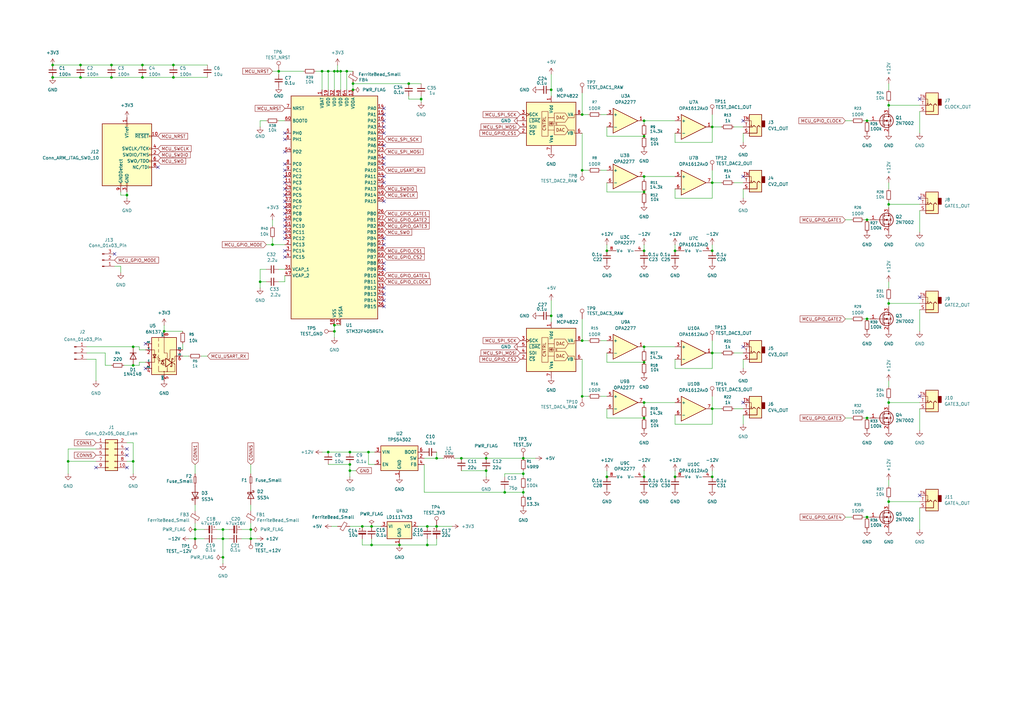
<source format=kicad_sch>
(kicad_sch (version 20250114) (generator "eeschema") (generator_version "9.0")
  (paper "A3")
  (title_block (title "MIDI–CV/Trigger"))
  (lib_symbols
    (symbol "Amplifier_Operational:OPA1612AxD" (pin_names (offset 0.127))
      (property "Reference" "U" (at 0 5.08 0))
      (property "Value" "OPA1612AxD" (at 0 -5.08 0))
      (symbol "OPA1612AxD_1_1"
        (pin input line (at -7.62 2.54 0) (length 2.54) (name "+") (number "3"))
        (pin input line (at -7.62 -2.54 0) (length 2.54) (name "-") (number "2"))
        (pin output line (at 7.62 0 180) (length 2.54) (name "~") (number "1"))
      )
      (symbol "OPA1612AxD_2_1"
        (pin input line (at -7.62 2.54 0) (length 2.54) (name "+") (number "5"))
        (pin input line (at -7.62 -2.54 0) (length 2.54) (name "-") (number "6"))
        (pin output line (at 7.62 0 180) (length 2.54) (name "~") (number "7"))
      )
      (symbol "OPA1612AxD_3_1"
        (pin power_in line (at -2.54 7.62 270) (length 3.81) (name "V+") (number "8"))
        (pin power_in line (at -2.54 -7.62 90) (length 3.81) (name "V-") (number "4"))
      )
    )
    (symbol "Amplifier_Operational:OPA2277" (pin_names (offset 0.127))
      (property "Reference" "U" (at 0 5.08 0))
      (property "Value" "OPA2277" (at 0 -5.08 0))
      (symbol "OPA2277_1_1"
        (pin input line (at -7.62 2.54 0) (length 2.54) (name "+") (number "3"))
        (pin input line (at -7.62 -2.54 0) (length 2.54) (name "-") (number "2"))
        (pin output line (at 7.62 0 180) (length 2.54) (name "~") (number "1"))
      )
      (symbol "OPA2277_2_1"
        (pin input line (at -7.62 2.54 0) (length 2.54) (name "+") (number "5"))
        (pin input line (at -7.62 -2.54 0) (length 2.54) (name "-") (number "6"))
        (pin output line (at 7.62 0 180) (length 2.54) (name "~") (number "7"))
      )
      (symbol "OPA2277_3_1"
        (pin power_in line (at -2.54 7.62 270) (length 3.81) (name "V+") (number "8"))
        (pin power_in line (at -2.54 -7.62 90) (length 3.81) (name "V-") (number "4"))
      )
    )
    (symbol "Analog_DAC:MCP4822" (pin_names (offset 1.016))
      (property "Reference" "U" (at -2.54 10.795 0))
      (property "Value" "MCP4822" (at -2.54 8.89 0))
      (symbol "MCP4822_0_0"
        (text "CNTRL" (at -2.032 -4.191 900) (effects (font (size 1.27 1.27)) (justify left bottom)))
        (text "DAC" (at 3.81 1.27 0) (effects (font (size 1.27 1.27))))
        (text "DAC" (at 3.81 -3.81 0) (effects (font (size 1.27 1.27))))
      )
      (symbol "MCP4822_1_1"
        (pin input clock (at -12.7 2.54 0) (length 2.54) (name "SCK") (number "3"))
        (pin input line (at -12.7 0 0) (length 2.54) (name "~{LDAC}") (number "5"))
        (pin input line (at -12.7 -2.54 0) (length 2.54) (name "SDI") (number "4"))
        (pin input line (at -12.7 -5.08 0) (length 2.54) (name "~{CS}") (number "2"))
        (pin power_in line (at 0 10.16 270) (length 2.54) (name "Vdd") (number "1"))
        (pin power_in line (at 0 -12.7 90) (length 2.54) (name "Vss") (number "7"))
        (pin output line (at 12.7 2.54 180) (length 2.54) (name "VA") (number "8"))
        (pin output line (at 12.7 -5.08 180) (length 2.54) (name "VB") (number "6"))
      )
    )
    (symbol "Connector:Conn_01x03_Pin" (pin_names (offset 1.016) (hide yes))
      (property "Reference" "J" (at 0 5.08 0))
      (property "Value" "Conn_01x03_Pin" (at 0 -5.08 0))
      (symbol "Conn_01x03_Pin_1_1"
        (pin passive line (at 5.08 2.54 180) (length 3.81) (name "Pin_1") (number "1"))
        (pin passive line (at 5.08 0 180) (length 3.81) (name "Pin_2") (number "2"))
        (pin passive line (at 5.08 -2.54 180) (length 3.81) (name "Pin_3") (number "3"))
      )
    )
    (symbol "Connector:Conn_ARM_JTAG_SWD_10" (pin_names (offset 1.016))
      (property "Reference" "J" (at -2.54 16.51 0))
      (property "Value" "Conn_ARM_JTAG_SWD_10" (at -2.54 13.97 0))
      (symbol "Conn_ARM_JTAG_SWD_10_1_1"
        (pin no_connect line (at -10.16 0 0) (length 2.54) (hide yes) (name "KEY") (number "7"))
        (pin passive line (at -2.54 -15.24 90) (length 2.54) (name "GNDDetect") (number "9"))
        (pin power_in line (at 0 15.24 270) (length 2.54) (name "VTref") (number "1"))
        (pin power_in line (at 0 -15.24 90) (length 2.54) (name "GND") (number "3"))
        (pin passive line (at 0 -15.24 90) (length 2.54) (hide yes) (name "GND") (number "5"))
        (pin open_collector line (at 12.7 7.62 180) (length 2.54) (name "~{RESET}") (number "10"))
        (pin output line (at 12.7 2.54 180) (length 2.54) (name "SWCLK/TCK") (number "4"))
        (pin bidirectional line (at 12.7 0 180) (length 2.54) (name "SWDIO/TMS") (number "2"))
        (pin input line (at 12.7 -2.54 180) (length 2.54) (name "SWO/TDO") (number "6"))
        (pin output line (at 12.7 -5.08 180) (length 2.54) (name "NC/TDI") (number "8"))
      )
    )
    (symbol "Connector:TestPoint" (pin_numbers (hide yes)) (pin_names (offset 0.762) (hide yes))
      (property "Reference" "TP" (at 0 6.858 0))
      (property "Value" "TestPoint" (at 0 5.08 0))
      (symbol "TestPoint_1_1"
        (pin passive line (at 0 0 90) (length 2.54) (name "1") (number "1"))
      )
    )
    (symbol "Connector_Audio:AudioJack2_SwitchT"
      (property "Reference" "J" (at 0 8.89 0))
      (property "Value" "AudioJack2_SwitchT" (at 0 6.35 0))
      (symbol "AudioJack2_SwitchT_1_1"
        (pin passive line (at 5.08 2.54 180) (length 2.54) (name "~") (number "S"))
        (pin passive line (at 5.08 0 180) (length 2.54) (name "~") (number "T"))
        (pin passive line (at 5.08 -2.54 180) (length 2.54) (name "~") (number "TN"))
      )
    )
    (symbol "Connector_Generic:Conn_02x05_Odd_Even" (pin_names (offset 1.016) (hide yes))
      (property "Reference" "J" (at 1.27 7.62 0))
      (property "Value" "Conn_02x05_Odd_Even" (at 1.27 -7.62 0))
      (symbol "Conn_02x05_Odd_Even_1_1"
        (pin passive line (at -5.08 5.08 0) (length 3.81) (name "Pin_1") (number "1"))
        (pin passive line (at -5.08 2.54 0) (length 3.81) (name "Pin_3") (number "3"))
        (pin passive line (at -5.08 0 0) (length 3.81) (name "Pin_5") (number "5"))
        (pin passive line (at -5.08 -2.54 0) (length 3.81) (name "Pin_7") (number "7"))
        (pin passive line (at -5.08 -5.08 0) (length 3.81) (name "Pin_9") (number "9"))
        (pin passive line (at 7.62 5.08 180) (length 3.81) (name "Pin_2") (number "2"))
        (pin passive line (at 7.62 2.54 180) (length 3.81) (name "Pin_4") (number "4"))
        (pin passive line (at 7.62 0 180) (length 3.81) (name "Pin_6") (number "6"))
        (pin passive line (at 7.62 -2.54 180) (length 3.81) (name "Pin_8") (number "8"))
        (pin passive line (at 7.62 -5.08 180) (length 3.81) (name "Pin_10") (number "10"))
      )
    )
    (symbol "Device:C_Polarized_Small" (pin_numbers (hide yes)) (pin_names (offset 0.254) (hide yes))
      (property "Reference" "C" (at 0.254 1.778 0))
      (property "Value" "C_Polarized_Small" (at 0.254 -2.032 0))
      (symbol "C_Polarized_Small_1_1"
        (pin passive line (at 0 2.54 270) (length 1.8542) (name "~") (number "1"))
        (pin passive line (at 0 -2.54 90) (length 1.8542) (name "~") (number "2"))
      )
    )
    (symbol "Device:C_Small" (pin_numbers (hide yes)) (pin_names (offset 0.254) (hide yes))
      (property "Reference" "C" (at 0.254 1.778 0))
      (property "Value" "C_Small" (at 0.254 -2.032 0))
      (symbol "C_Small_1_1"
        (pin passive line (at 0 2.54 270) (length 2.032) (name "~") (number "1"))
        (pin passive line (at 0 -2.54 90) (length 2.032) (name "~") (number "2"))
      )
    )
    (symbol "Device:FerriteBead_Small" (pin_numbers (hide yes)) (pin_names (offset 0))
      (property "Reference" "FB" (at 1.905 1.27 0))
      (property "Value" "FerriteBead_Small" (at 1.905 -1.27 0))
      (symbol "FerriteBead_Small_1_1"
        (pin passive line (at 0 2.54 270) (length 1.27) (name "~") (number "1"))
        (pin passive line (at 0 -2.54 90) (length 1.27) (name "~") (number "2"))
      )
    )
    (symbol "Device:Fuse_Small" (pin_numbers (hide yes)) (pin_names (offset 0.254) (hide yes))
      (property "Reference" "F" (at 0 -1.524 0))
      (property "Value" "Fuse_Small" (at 0 1.524 0))
      (symbol "Fuse_Small_1_1"
        (pin passive line (at -2.54 0 0) (length 1.27) (name "~") (number "1"))
        (pin passive line (at 2.54 0 180) (length 1.27) (name "~") (number "2"))
      )
    )
    (symbol "Device:L_Iron_Small" (pin_numbers (hide yes)) (pin_names (offset 0.254) (hide yes))
      (property "Reference" "L" (at 1.27 1.016 0))
      (property "Value" "L_Iron_Small" (at 1.27 -1.27 0))
      (symbol "L_Iron_Small_1_1"
        (pin passive line (at 0 2.54 270) (length 0.508) (name "~") (number "1"))
        (pin passive line (at 0 -2.54 90) (length 0.508) (name "~") (number "2"))
      )
    )
    (symbol "Device:R_Small" (pin_numbers (hide yes)) (pin_names (offset 0.254) (hide yes))
      (property "Reference" "R" (at 0 0 90))
      (property "Value" "R_Small" (at 1.778 0 90))
      (symbol "R_Small_1_1"
        (pin passive line (at 0 2.54 270) (length 0.762) (name "~") (number "1"))
        (pin passive line (at 0 -2.54 90) (length 0.762) (name "~") (number "2"))
      )
    )
    (symbol "Diode:1N4148" (pin_numbers (hide yes)) (pin_names (hide yes))
      (property "Reference" "D" (at 0 2.54 0))
      (property "Value" "1N4148" (at 0 -2.54 0))
      (symbol "1N4148_1_1"
        (pin passive line (at -3.81 0 0) (length 2.54) (name "K") (number "1"))
        (pin passive line (at 3.81 0 180) (length 2.54) (name "A") (number "2"))
      )
    )
    (symbol "Diode:SS34" (pin_numbers (hide yes)) (pin_names (offset 1.016) (hide yes))
      (property "Reference" "D" (at 0 2.54 0))
      (property "Value" "SS34" (at 0 -2.54 0))
      (symbol "SS34_1_1"
        (pin passive line (at -3.81 0 0) (length 2.54) (name "K") (number "1"))
        (pin passive line (at 3.81 0 180) (length 2.54) (name "A") (number "2"))
      )
    )
    (symbol "Isolator:6N137" (pin_names (offset 0))
      (property "Reference" "U" (at -4.064 8.89 0))
      (property "Value" "6N137" (at 0 -8.89 0))
      (symbol "6N137_1_1"
        (pin passive line (at -7.62 5.08 0) (length 2.54) (name "NC") (number "1"))
        (pin passive line (at -7.62 2.54 0) (length 2.54) (name "A") (number "2"))
        (pin passive line (at -7.62 -2.54 0) (length 2.54) (name "C") (number "3"))
        (pin passive line (at -7.62 -5.08 0) (length 2.54) (name "NC") (number "4"))
        (pin power_in line (at 0 10.16 270) (length 2.54) (name "VCC") (number "8"))
        (pin power_in line (at 0 -10.16 90) (length 2.54) (name "GND") (number "5"))
        (pin input line (at 7.62 2.54 180) (length 2.54) (name "EN") (number "7"))
        (pin open_collector line (at 7.62 0 180) (length 2.54) (name "VO") (number "6"))
      )
    )
    (symbol "MCU_ST_STM32F4:STM32F405RGTx"
      (property "Reference" "U" (at -17.78 46.99 0))
      (property "Value" "STM32F405RGTx" (at 10.16 46.99 0))
      (symbol "STM32F405RGTx_1_1"
        (pin input line (at -20.32 40.64 0) (length 2.54) (name "NRST") (number "7"))
        (pin input line (at -20.32 35.56 0) (length 2.54) (name "BOOT0") (number "60"))
        (pin bidirectional line (at -20.32 30.48 0) (length 2.54) (name "PH0") (number "5"))
        (pin bidirectional line (at -20.32 27.94 0) (length 2.54) (name "PH1") (number "6"))
        (pin bidirectional line (at -20.32 22.86 0) (length 2.54) (name "PD2") (number "54"))
        (pin bidirectional line (at -20.32 17.78 0) (length 2.54) (name "PC0") (number "8"))
        (pin bidirectional line (at -20.32 15.24 0) (length 2.54) (name "PC1") (number "9"))
        (pin bidirectional line (at -20.32 12.7 0) (length 2.54) (name "PC2") (number "10"))
        (pin bidirectional line (at -20.32 10.16 0) (length 2.54) (name "PC3") (number "11"))
        (pin bidirectional line (at -20.32 7.62 0) (length 2.54) (name "PC4") (number "24"))
        (pin bidirectional line (at -20.32 5.08 0) (length 2.54) (name "PC5") (number "25"))
        (pin bidirectional line (at -20.32 2.54 0) (length 2.54) (name "PC6") (number "37"))
        (pin bidirectional line (at -20.32 0 0) (length 2.54) (name "PC7") (number "38"))
        (pin bidirectional line (at -20.32 -2.54 0) (length 2.54) (name "PC8") (number "39"))
        (pin bidirectional line (at -20.32 -5.08 0) (length 2.54) (name "PC9") (number "40"))
        (pin bidirectional line (at -20.32 -7.62 0) (length 2.54) (name "PC10") (number "51"))
        (pin bidirectional line (at -20.32 -10.16 0) (length 2.54) (name "PC11") (number "52"))
        (pin bidirectional line (at -20.32 -12.7 0) (length 2.54) (name "PC12") (number "53"))
        (pin bidirectional line (at -20.32 -15.24 0) (length 2.54) (name "PC13") (number "2"))
        (pin bidirectional line (at -20.32 -17.78 0) (length 2.54) (name "PC14") (number "3"))
        (pin bidirectional line (at -20.32 -20.32 0) (length 2.54) (name "PC15") (number "4"))
        (pin power_out line (at -20.32 -25.4 0) (length 2.54) (name "VCAP_1") (number "31"))
        (pin power_out line (at -20.32 -27.94 0) (length 2.54) (name "VCAP_2") (number "47"))
        (pin power_in line (at -5.08 48.26 270) (length 2.54) (name "VBAT") (number "1"))
        (pin power_in line (at -2.54 48.26 270) (length 2.54) (name "VDD") (number "19"))
        (pin power_in line (at 0 48.26 270) (length 2.54) (name "VDD") (number "32"))
        (pin power_in line (at 0 -48.26 90) (length 2.54) (name "VSS") (number "18"))
        (pin passive line (at 0 -48.26 90) (length 2.54) (hide yes) (name "VSS") (number "63"))
        (pin power_in line (at 2.54 48.26 270) (length 2.54) (name "VDD") (number "48"))
        (pin power_in line (at 2.54 -48.26 90) (length 2.54) (name "VSSA") (number "12"))
        (pin power_in line (at 5.08 48.26 270) (length 2.54) (name "VDD") (number "64"))
        (pin power_in line (at 7.62 48.26 270) (length 2.54) (name "VDDA") (number "13"))
        (pin bidirectional line (at 20.32 40.64 180) (length 2.54) (name "PA0") (number "14"))
        (pin bidirectional line (at 20.32 38.1 180) (length 2.54) (name "PA1") (number "15"))
        (pin bidirectional line (at 20.32 35.56 180) (length 2.54) (name "PA2") (number "16"))
        (pin bidirectional line (at 20.32 33.02 180) (length 2.54) (name "PA3") (number "17"))
        (pin bidirectional line (at 20.32 30.48 180) (length 2.54) (name "PA4") (number "20"))
        (pin bidirectional line (at 20.32 27.94 180) (length 2.54) (name "PA5") (number "21"))
        (pin bidirectional line (at 20.32 25.4 180) (length 2.54) (name "PA6") (number "22"))
        (pin bidirectional line (at 20.32 22.86 180) (length 2.54) (name "PA7") (number "23"))
        (pin bidirectional line (at 20.32 20.32 180) (length 2.54) (name "PA8") (number "41"))
        (pin bidirectional line (at 20.32 17.78 180) (length 2.54) (name "PA9") (number "42"))
        (pin bidirectional line (at 20.32 15.24 180) (length 2.54) (name "PA10") (number "43"))
        (pin bidirectional line (at 20.32 12.7 180) (length 2.54) (name "PA11") (number "44"))
        (pin bidirectional line (at 20.32 10.16 180) (length 2.54) (name "PA12") (number "45"))
        (pin bidirectional line (at 20.32 7.62 180) (length 2.54) (name "PA13") (number "46"))
        (pin bidirectional line (at 20.32 5.08 180) (length 2.54) (name "PA14") (number "49"))
        (pin bidirectional line (at 20.32 2.54 180) (length 2.54) (name "PA15") (number "50"))
        (pin bidirectional line (at 20.32 -2.54 180) (length 2.54) (name "PB0") (number "26"))
        (pin bidirectional line (at 20.32 -5.08 180) (length 2.54) (name "PB1") (number "27"))
        (pin bidirectional line (at 20.32 -7.62 180) (length 2.54) (name "PB2") (number "28"))
        (pin bidirectional line (at 20.32 -10.16 180) (length 2.54) (name "PB3") (number "55"))
        (pin bidirectional line (at 20.32 -12.7 180) (length 2.54) (name "PB4") (number "56"))
        (pin bidirectional line (at 20.32 -15.24 180) (length 2.54) (name "PB5") (number "57"))
        (pin bidirectional line (at 20.32 -17.78 180) (length 2.54) (name "PB6") (number "58"))
        (pin bidirectional line (at 20.32 -20.32 180) (length 2.54) (name "PB7") (number "59"))
        (pin bidirectional line (at 20.32 -22.86 180) (length 2.54) (name "PB8") (number "61"))
        (pin bidirectional line (at 20.32 -25.4 180) (length 2.54) (name "PB9") (number "62"))
        (pin bidirectional line (at 20.32 -27.94 180) (length 2.54) (name "PB10") (number "29"))
        (pin bidirectional line (at 20.32 -30.48 180) (length 2.54) (name "PB11") (number "30"))
        (pin bidirectional line (at 20.32 -33.02 180) (length 2.54) (name "PB12") (number "33"))
        (pin bidirectional line (at 20.32 -35.56 180) (length 2.54) (name "PB13") (number "34"))
        (pin bidirectional line (at 20.32 -38.1 180) (length 2.54) (name "PB14") (number "35"))
        (pin bidirectional line (at 20.32 -40.64 180) (length 2.54) (name "PB15") (number "36"))
      )
    )
    (symbol "Regulator_Linear:LD1117V33"
      (property "Reference" "U" (at -3.81 3.175 0))
      (property "Value" "LD1117V33" (at 0 3.175 0))
      (symbol "LD1117V33_1_1"
        (pin power_in line (at -7.62 0 0) (length 2.54) (name "VI") (number "3"))
        (pin power_in line (at 0 -7.62 90) (length 2.54) (name "GND") (number "1"))
        (pin power_out line (at 7.62 0 180) (length 2.54) (name "VO") (number "2"))
      )
    )
    (symbol "Regulator_Switching:TPS54302"
      (property "Reference" "U" (at -7.62 6.35 0))
      (property "Value" "TPS54302" (at 0 6.35 0))
      (symbol "TPS54302_1_1"
        (pin power_in line (at -10.16 2.54 0) (length 2.54) (name "VIN") (number "3"))
        (pin input line (at -10.16 -2.54 0) (length 2.54) (name "EN") (number "5"))
        (pin power_in line (at 0 -7.62 90) (length 2.54) (name "GND") (number "1"))
        (pin passive line (at 10.16 2.54 180) (length 2.54) (name "BOOT") (number "6"))
        (pin power_out line (at 10.16 0 180) (length 2.54) (name "SW") (number "2"))
        (pin input line (at 10.16 -2.54 180) (length 2.54) (name "FB") (number "4"))
      )
    )
    (symbol "Transistor_FET:2N7002" (pin_names (offset 0) (hide yes))
      (property "Reference" "Q" (at 5.08 1.905 0))
      (property "Value" "2N7002" (at 5.08 0 0))
      (symbol "2N7002_1_1"
        (pin input line (at -5.08 0 0) (length 2.54) (name "G") (number "1"))
        (pin passive line (at 2.54 5.08 270) (length 2.54) (name "D") (number "3"))
        (pin passive line (at 2.54 -5.08 90) (length 2.54) (name "S") (number "2"))
      )
    )
    (symbol "power:+12V" (power) (pin_numbers (hide yes)) (pin_names (offset 0) (hide yes))
      (property "Value" "+12V" (at 0 3.556 0))
      (symbol "+12V_1_1"
        (pin power_in line (at 0 0 90) (length 0) (name "~") (number "1"))
      )
    )
    (symbol "power:+3V3" (power) (pin_numbers (hide yes)) (pin_names (offset 0) (hide yes))
      (property "Value" "+3V3" (at 0 3.556 0))
      (symbol "+3V3_1_1"
        (pin power_in line (at 0 0 90) (length 0) (name "~") (number "1"))
      )
    )
    (symbol "power:+5V" (power) (pin_numbers (hide yes)) (pin_names (offset 0) (hide yes))
      (property "Value" "+5V" (at 0 3.556 0))
      (symbol "+5V_1_1"
        (pin power_in line (at 0 0 90) (length 0) (name "~") (number "1"))
      )
    )
    (symbol "power:GND" (power) (pin_numbers (hide yes)) (pin_names (offset 0) (hide yes))
      (property "Value" "GND" (at 0 -3.81 0))
      (symbol "GND_1_1"
        (pin power_in line (at 0 0 270) (length 0) (name "~") (number "1"))
      )
    )
    (symbol "power:PWR_FLAG" (power) (pin_numbers (hide yes)) (pin_names (offset 0) (hide yes))
      (property "Value" "PWR_FLAG" (at 0 3.81 0))
      (symbol "PWR_FLAG_0_0"
        (pin power_out line (at 0 0 90) (length 0) (name "~") (number "1"))
      )
    )
  )
  (junction (at 214.63 194.31))
  (junction (at 163.83 223.52))
  (junction (at 137.16 29.21))
  (junction (at 137.16 133.35))
  (junction (at 264.16 148.59))
  (junction (at 139.7 29.21))
  (junction (at 292.1 102.87))
  (junction (at 91.44 228.6))
  (junction (at 54.61 189.23))
  (junction (at 264.16 72.39))
  (junction (at 355.6 49.53))
  (junction (at 238.76 46.99))
  (junction (at 364.49 83.82))
  (junction (at 144.78 34.29))
  (junction (at 226.06 129.54))
  (junction (at 143.51 190.5))
  (junction (at 102.87 217.17))
  (junction (at 175.26 223.52))
  (junction (at 111.76 100.33))
  (junction (at 364.49 205.74))
  (junction (at 152.4 223.52))
  (junction (at 58.42 26.67))
  (junction (at 264.16 195.58))
  (junction (at 137.16 135.89))
  (junction (at 179.07 187.96))
  (junction (at 264.16 78.74))
  (junction (at 264.16 142.24))
  (junction (at 264.16 55.88))
  (junction (at 355.6 171.45))
  (junction (at 364.49 43.18))
  (junction (at 292.1 74.93))
  (junction (at 364.49 124.46))
  (junction (at 292.1 52.07))
  (junction (at 71.12 31.75))
  (junction (at 292.1 144.78))
  (junction (at 355.6 90.17))
  (junction (at 248.92 102.87))
  (junction (at 143.51 185.42))
  (junction (at 189.23 187.96))
  (junction (at 276.86 195.58))
  (junction (at 143.51 193.04))
  (junction (at 134.62 29.21))
  (junction (at 238.76 139.7))
  (junction (at 248.92 195.58))
  (junction (at 207.01 201.93))
  (junction (at 179.07 215.9))
  (junction (at 151.13 185.42))
  (junction (at 167.64 34.29))
  (junction (at 355.6 212.09))
  (junction (at 71.12 26.67))
  (junction (at 27.94 189.23))
  (junction (at 226.06 36.83))
  (junction (at 152.4 215.9))
  (junction (at 264.16 102.87))
  (junction (at 172.72 40.64))
  (junction (at 58.42 31.75))
  (junction (at 138.43 29.21))
  (junction (at 33.02 31.75))
  (junction (at 33.02 26.67))
  (junction (at 21.59 31.75))
  (junction (at 80.01 217.17))
  (junction (at 148.59 215.9))
  (junction (at 91.44 220.98))
  (junction (at 142.24 29.21))
  (junction (at 264.16 49.53))
  (junction (at 54.61 149.86))
  (junction (at 199.39 193.04))
  (junction (at 238.76 69.85))
  (junction (at 276.86 102.87))
  (junction (at 106.68 115.57))
  (junction (at 80.01 220.98))
  (junction (at 67.31 135.89))
  (junction (at 364.49 165.1))
  (junction (at 355.6 130.81))
  (junction (at 134.62 185.42))
  (junction (at 214.63 187.96))
  (junction (at 214.63 201.93))
  (junction (at 175.26 215.9))
  (junction (at 238.76 162.56))
  (junction (at 132.08 29.21))
  (junction (at 264.16 165.1))
  (junction (at 264.16 171.45))
  (junction (at 292.1 195.58))
  (junction (at 21.59 26.67))
  (junction (at 102.87 220.98))
  (junction (at 91.44 217.17))
  (junction (at 54.61 142.24))
  (junction (at 45.72 26.67))
  (junction (at 199.39 187.96))
  (junction (at 45.72 31.75))
  (junction (at 292.1 167.64))
  (junction (at 114.3 29.21))
  (junction (at 144.78 36.83))
  (junction (at 52.07 80.01))
  (no_connect (at 116.84 74.93))
  (no_connect (at 116.84 95.25))
  (no_connect (at 377.19 81.28))
  (no_connect (at 116.84 102.87))
  (no_connect (at 157.48 44.45))
  (no_connect (at 304.8 165.1))
  (no_connect (at 157.48 118.11))
  (no_connect (at 59.69 140.97))
  (no_connect (at 59.69 151.13))
  (no_connect (at 116.84 92.71))
  (no_connect (at 116.84 80.01))
  (no_connect (at 157.48 74.93))
  (no_connect (at 116.84 62.23))
  (no_connect (at 157.48 125.73))
  (no_connect (at 52.07 191.77))
  (no_connect (at 116.84 69.85))
  (no_connect (at 157.48 59.69))
  (no_connect (at 157.48 54.61))
  (no_connect (at 52.07 186.69))
  (no_connect (at 157.48 64.77))
  (no_connect (at 116.84 67.31))
  (no_connect (at 39.37 191.77))
  (no_connect (at 116.84 87.63))
  (no_connect (at 377.19 40.64))
  (no_connect (at 116.84 72.39))
  (no_connect (at 304.8 72.39))
  (no_connect (at 46.99 104.14))
  (no_connect (at 157.48 52.07))
  (no_connect (at 157.48 107.95))
  (no_connect (at 116.84 57.15))
  (no_connect (at 116.84 85.09))
  (no_connect (at 157.48 82.55))
  (no_connect (at 157.48 72.39))
  (no_connect (at 157.48 97.79))
  (no_connect (at 157.48 46.99))
  (no_connect (at 377.19 162.56))
  (no_connect (at 116.84 97.79))
  (no_connect (at 157.48 67.31))
  (no_connect (at 157.48 120.65))
  (no_connect (at 304.8 49.53))
  (no_connect (at 157.48 100.33))
  (no_connect (at 116.84 54.61))
  (no_connect (at 116.84 77.47))
  (no_connect (at 116.84 82.55))
  (no_connect (at 116.84 105.41))
  (no_connect (at 304.8 142.24))
  (no_connect (at 116.84 90.17))
  (no_connect (at 64.77 68.58))
  (no_connect (at 377.19 203.2))
  (no_connect (at 157.48 49.53))
  (no_connect (at 157.48 110.49))
  (no_connect (at 377.19 121.92))
  (no_connect (at 157.48 123.19))
  (no_connect (at 52.07 184.15))
  (wire (pts (xy 292.1 173.99) (xy 292.1 167.64)))
  (wire (pts (xy 300.99 52.07) (xy 304.8 52.07)))
  (wire (pts (xy 173.99 187.96) (xy 179.07 187.96)))
  (wire (pts (xy 207.01 195.58) (xy 207.01 194.31)))
  (wire (pts (xy 27.94 184.15) (xy 27.94 189.23)))
  (wire (pts (xy 138.43 26.67) (xy 138.43 29.21)))
  (wire (pts (xy 82.55 146.05) (xy 85.09 146.05)))
  (wire (pts (xy 172.72 40.64) (xy 172.72 41.91)))
  (wire (pts (xy 137.16 133.35) (xy 139.7 133.35)))
  (wire (pts (xy 114.3 29.21) (xy 114.3 30.48)))
  (wire (pts (xy 354.33 49.53) (xy 355.6 49.53)))
  (wire (pts (xy 114.3 115.57) (xy 116.84 115.57)))
  (wire (pts (xy 179.07 223.52) (xy 175.26 223.52)))
  (wire (pts (xy 52.07 181.61) (xy 54.61 181.61)))
  (wire (pts (xy 354.33 171.45) (xy 355.6 171.45)))
  (wire (pts (xy 207.01 201.93) (xy 173.99 201.93)))
  (wire (pts (xy 137.16 135.89) (xy 137.16 138.43)))
  (wire (pts (xy 102.87 190.5) (xy 102.87 194.31)))
  (wire (pts (xy 364.49 165.1) (xy 364.49 166.37)))
  (wire (pts (xy 304.8 170.18) (xy 304.8 173.99)))
  (wire (pts (xy 153.67 190.5) (xy 151.13 190.5)))
  (wire (pts (xy 54.61 181.61) (xy 54.61 189.23)))
  (wire (pts (xy 292.1 151.13) (xy 292.1 144.78)))
  (wire (pts (xy 354.33 130.81) (xy 355.6 130.81)))
  (wire (pts (xy 377.19 45.72) (xy 377.19 54.61)))
  (wire (pts (xy 148.59 215.9) (xy 152.4 215.9)))
  (wire (pts (xy 74.93 146.05) (xy 77.47 146.05)))
  (wire (pts (xy 364.49 205.74) (xy 377.19 205.74)))
  (wire (pts (xy 163.83 223.52) (xy 175.26 223.52)))
  (wire (pts (xy 364.49 43.18) (xy 364.49 44.45)))
  (wire (pts (xy 346.71 212.09) (xy 349.25 212.09)))
  (wire (pts (xy 58.42 31.75) (xy 71.12 31.75)))
  (wire (pts (xy 346.71 171.45) (xy 349.25 171.45)))
  (wire (pts (xy 364.49 41.91) (xy 364.49 43.18)))
  (wire (pts (xy 109.22 110.49) (xy 106.68 110.49)))
  (wire (pts (xy 21.59 26.67) (xy 33.02 26.67)))
  (wire (pts (xy 226.06 129.54) (xy 226.06 132.08)))
  (wire (pts (xy 179.07 187.96) (xy 181.61 187.96)))
  (wire (pts (xy 35.56 147.32) (xy 39.37 147.32)))
  (wire (pts (xy 304.8 54.61) (xy 304.8 58.42)))
  (wire (pts (xy 364.49 83.82) (xy 364.49 85.09)))
  (wire (pts (xy 292.1 58.42) (xy 292.1 52.07)))
  (wire (pts (xy 57.15 143.51) (xy 59.69 143.51)))
  (wire (pts (xy 276.86 147.32) (xy 276.86 151.13)))
  (wire (pts (xy 226.06 30.48) (xy 226.06 36.83)))
  (wire (pts (xy 152.4 220.98) (xy 152.4 223.52)))
  (wire (pts (xy 355.6 90.17) (xy 356.87 90.17)))
  (wire (pts (xy 144.78 34.29) (xy 167.64 34.29)))
  (wire (pts (xy 114.3 29.21) (xy 124.46 29.21)))
  (wire (pts (xy 137.16 133.35) (xy 137.16 135.89)))
  (wire (pts (xy 248.92 148.59) (xy 264.16 148.59)))
  (wire (pts (xy 21.59 31.75) (xy 33.02 31.75)))
  (wire (pts (xy 355.6 130.81) (xy 356.87 130.81)))
  (wire (pts (xy 346.71 49.53) (xy 349.25 49.53)))
  (wire (pts (xy 46.99 109.22) (xy 49.53 109.22)))
  (wire (pts (xy 57.15 149.86) (xy 57.15 148.59)))
  (wire (pts (xy 238.76 147.32) (xy 238.76 162.56)))
  (wire (pts (xy 111.76 97.79) (xy 111.76 100.33)))
  (wire (pts (xy 114.3 110.49) (xy 116.84 110.49)))
  (wire (pts (xy 264.16 72.39) (xy 276.86 72.39)))
  (wire (pts (xy 214.63 200.66) (xy 214.63 201.93)))
  (wire (pts (xy 148.59 220.98) (xy 148.59 223.52)))
  (wire (pts (xy 106.68 49.53) (xy 109.22 49.53)))
  (wire (pts (xy 238.76 69.85) (xy 241.3 69.85)))
  (wire (pts (xy 214.63 194.31) (xy 214.63 195.58)))
  (wire (pts (xy 171.45 215.9) (xy 175.26 215.9)))
  (wire (pts (xy 248.92 55.88) (xy 264.16 55.88)))
  (wire (pts (xy 214.63 193.04) (xy 214.63 194.31)))
  (wire (pts (xy 137.16 29.21) (xy 137.16 36.83)))
  (wire (pts (xy 132.08 185.42) (xy 134.62 185.42)))
  (wire (pts (xy 276.86 58.42) (xy 292.1 58.42)))
  (wire (pts (xy 134.62 29.21) (xy 137.16 29.21)))
  (wire (pts (xy 304.8 77.47) (xy 304.8 81.28)))
  (wire (pts (xy 134.62 190.5) (xy 143.51 190.5)))
  (wire (pts (xy 364.49 156.21) (xy 364.49 158.75)))
  (wire (pts (xy 71.12 31.75) (xy 85.09 31.75)))
  (wire (pts (xy 54.61 149.86) (xy 57.15 149.86)))
  (wire (pts (xy 346.71 90.17) (xy 349.25 90.17)))
  (wire (pts (xy 292.1 193.04) (xy 292.1 195.58)))
  (wire (pts (xy 143.51 190.5) (xy 143.51 193.04)))
  (wire (pts (xy 144.78 34.29) (xy 144.78 36.83)))
  (wire (pts (xy 199.39 193.04) (xy 199.39 195.58)))
  (wire (pts (xy 238.76 162.56) (xy 241.3 162.56)))
  (wire (pts (xy 135.89 215.9) (xy 138.43 215.9)))
  (wire (pts (xy 248.92 78.74) (xy 264.16 78.74)))
  (wire (pts (xy 248.92 74.93) (xy 248.92 78.74)))
  (wire (pts (xy 354.33 90.17) (xy 355.6 90.17)))
  (wire (pts (xy 355.6 49.53) (xy 356.87 49.53)))
  (wire (pts (xy 175.26 215.9) (xy 179.07 215.9)))
  (wire (pts (xy 142.24 29.21) (xy 144.78 29.21)))
  (wire (pts (xy 207.01 200.66) (xy 207.01 201.93)))
  (wire (pts (xy 71.12 26.67) (xy 85.09 26.67)))
  (wire (pts (xy 300.99 167.64) (xy 304.8 167.64)))
  (wire (pts (xy 106.68 110.49) (xy 106.68 115.57)))
  (wire (pts (xy 264.16 72.39) (xy 264.16 73.66)))
  (wire (pts (xy 364.49 123.19) (xy 364.49 124.46)))
  (wire (pts (xy 238.76 139.7) (xy 241.3 139.7)))
  (wire (pts (xy 292.1 100.33) (xy 292.1 102.87)))
  (wire (pts (xy 167.64 40.64) (xy 172.72 40.64)))
  (wire (pts (xy 152.4 215.9) (xy 156.21 215.9)))
  (wire (pts (xy 139.7 29.21) (xy 139.7 36.83)))
  (wire (pts (xy 151.13 185.42) (xy 153.67 185.42)))
  (wire (pts (xy 77.47 220.98) (xy 80.01 220.98)))
  (wire (pts (xy 102.87 207.01) (xy 102.87 209.55)))
  (wire (pts (xy 246.38 69.85) (xy 248.92 69.85)))
  (wire (pts (xy 91.44 228.6) (xy 91.44 231.14)))
  (wire (pts (xy 238.76 130.81) (xy 238.76 139.7)))
  (wire (pts (xy 83.82 220.98) (xy 80.01 220.98)))
  (wire (pts (xy 264.16 49.53) (xy 264.16 50.8)))
  (wire (pts (xy 80.01 217.17) (xy 80.01 214.63)))
  (wire (pts (xy 214.63 201.93) (xy 207.01 201.93)))
  (wire (pts (xy 364.49 124.46) (xy 377.19 124.46)))
  (wire (pts (xy 80.01 207.01) (xy 80.01 209.55)))
  (wire (pts (xy 116.84 115.57) (xy 116.84 113.03)))
  (wire (pts (xy 364.49 204.47) (xy 364.49 205.74)))
  (wire (pts (xy 54.61 142.24) (xy 57.15 142.24)))
  (wire (pts (xy 292.1 139.7) (xy 292.1 144.78)))
  (wire (pts (xy 39.37 147.32) (xy 39.37 156.21)))
  (wire (pts (xy 142.24 29.21) (xy 142.24 36.83)))
  (wire (pts (xy 45.72 31.75) (xy 58.42 31.75)))
  (wire (pts (xy 264.16 142.24) (xy 276.86 142.24)))
  (wire (pts (xy 248.92 167.64) (xy 248.92 171.45)))
  (wire (pts (xy 111.76 29.21) (xy 114.3 29.21)))
  (wire (pts (xy 238.76 46.99) (xy 241.3 46.99)))
  (wire (pts (xy 226.06 123.19) (xy 226.06 129.54)))
  (wire (pts (xy 364.49 196.85) (xy 364.49 199.39)))
  (wire (pts (xy 364.49 205.74) (xy 364.49 207.01)))
  (wire (pts (xy 248.92 171.45) (xy 264.16 171.45)))
  (wire (pts (xy 300.99 74.93) (xy 304.8 74.93)))
  (wire (pts (xy 99.06 220.98) (xy 102.87 220.98)))
  (wire (pts (xy 143.51 193.04) (xy 146.05 193.04)))
  (wire (pts (xy 276.86 77.47) (xy 276.86 81.28)))
  (wire (pts (xy 179.07 215.9) (xy 185.42 215.9)))
  (wire (pts (xy 276.86 193.04) (xy 276.86 195.58)))
  (wire (pts (xy 57.15 148.59) (xy 59.69 148.59)))
  (wire (pts (xy 276.86 151.13) (xy 292.1 151.13)))
  (wire (pts (xy 67.31 133.35) (xy 67.31 135.89)))
  (wire (pts (xy 292.1 167.64) (xy 295.91 167.64)))
  (wire (pts (xy 214.63 201.93) (xy 214.63 203.2)))
  (wire (pts (xy 304.8 147.32) (xy 304.8 151.13)))
  (wire (pts (xy 132.08 36.83) (xy 132.08 29.21)))
  (wire (pts (xy 49.53 78.74) (xy 49.53 80.01)))
  (wire (pts (xy 276.86 173.99) (xy 292.1 173.99)))
  (wire (pts (xy 45.72 26.67) (xy 58.42 26.67)))
  (wire (pts (xy 132.08 29.21) (xy 134.62 29.21)))
  (wire (pts (xy 238.76 54.61) (xy 238.76 69.85)))
  (wire (pts (xy 39.37 184.15) (xy 27.94 184.15)))
  (wire (pts (xy 248.92 100.33) (xy 248.92 102.87)))
  (wire (pts (xy 151.13 185.42) (xy 151.13 190.5)))
  (wire (pts (xy 80.01 220.98) (xy 80.01 217.17)))
  (wire (pts (xy 49.53 80.01) (xy 52.07 80.01)))
  (wire (pts (xy 292.1 144.78) (xy 295.91 144.78)))
  (wire (pts (xy 246.38 139.7) (xy 248.92 139.7)))
  (wire (pts (xy 377.19 127) (xy 377.19 135.89)))
  (wire (pts (xy 102.87 217.17) (xy 102.87 220.98)))
  (wire (pts (xy 364.49 34.29) (xy 364.49 36.83)))
  (wire (pts (xy 248.92 144.78) (xy 248.92 148.59)))
  (wire (pts (xy 27.94 189.23) (xy 39.37 189.23)))
  (wire (pts (xy 364.49 115.57) (xy 364.49 118.11)))
  (wire (pts (xy 238.76 38.1) (xy 238.76 46.99)))
  (wire (pts (xy 207.01 194.31) (xy 214.63 194.31)))
  (wire (pts (xy 106.68 49.53) (xy 106.68 52.07)))
  (wire (pts (xy 264.16 49.53) (xy 276.86 49.53)))
  (wire (pts (xy 43.18 144.78) (xy 43.18 149.86)))
  (wire (pts (xy 99.06 217.17) (xy 102.87 217.17)))
  (wire (pts (xy 54.61 189.23) (xy 54.61 194.31)))
  (wire (pts (xy 57.15 142.24) (xy 57.15 143.51)))
  (wire (pts (xy 52.07 78.74) (xy 52.07 80.01)))
  (wire (pts (xy 49.53 109.22) (xy 49.53 111.76)))
  (wire (pts (xy 248.92 193.04) (xy 248.92 195.58)))
  (wire (pts (xy 52.07 189.23) (xy 54.61 189.23)))
  (wire (pts (xy 50.8 149.86) (xy 54.61 149.86)))
  (wire (pts (xy 264.16 165.1) (xy 264.16 166.37)))
  (wire (pts (xy 134.62 29.21) (xy 134.62 36.83)))
  (wire (pts (xy 91.44 220.98) (xy 91.44 228.6)))
  (wire (pts (xy 364.49 82.55) (xy 364.49 83.82)))
  (wire (pts (xy 33.02 31.75) (xy 45.72 31.75)))
  (wire (pts (xy 300.99 144.78) (xy 304.8 144.78)))
  (wire (pts (xy 35.56 144.78) (xy 43.18 144.78)))
  (wire (pts (xy 364.49 74.93) (xy 364.49 77.47)))
  (wire (pts (xy 35.56 142.24) (xy 54.61 142.24)))
  (wire (pts (xy 292.1 81.28) (xy 292.1 74.93)))
  (wire (pts (xy 264.16 165.1) (xy 276.86 165.1)))
  (wire (pts (xy 139.7 29.21) (xy 142.24 29.21)))
  (wire (pts (xy 364.49 43.18) (xy 377.19 43.18)))
  (wire (pts (xy 179.07 185.42) (xy 179.07 187.96)))
  (wire (pts (xy 364.49 83.82) (xy 377.19 83.82)))
  (wire (pts (xy 186.69 187.96) (xy 189.23 187.96)))
  (wire (pts (xy 292.1 52.07) (xy 295.91 52.07)))
  (wire (pts (xy 364.49 165.1) (xy 377.19 165.1)))
  (wire (pts (xy 111.76 90.17) (xy 111.76 92.71)))
  (wire (pts (xy 102.87 220.98) (xy 105.41 220.98)))
  (wire (pts (xy 102.87 214.63) (xy 102.87 217.17)))
  (wire (pts (xy 377.19 208.28) (xy 377.19 217.17)))
  (wire (pts (xy 138.43 29.21) (xy 139.7 29.21)))
  (wire (pts (xy 355.6 171.45) (xy 356.87 171.45)))
  (wire (pts (xy 129.54 29.21) (xy 132.08 29.21)))
  (wire (pts (xy 276.86 81.28) (xy 292.1 81.28)))
  (wire (pts (xy 143.51 185.42) (xy 151.13 185.42)))
  (wire (pts (xy 143.51 193.04) (xy 143.51 195.58)))
  (wire (pts (xy 167.64 39.37) (xy 167.64 40.64)))
  (wire (pts (xy 148.59 223.52) (xy 152.4 223.52)))
  (wire (pts (xy 264.16 100.33) (xy 264.16 102.87)))
  (wire (pts (xy 106.68 115.57) (xy 106.68 118.11)))
  (wire (pts (xy 354.33 212.09) (xy 355.6 212.09)))
  (wire (pts (xy 179.07 220.98) (xy 179.07 223.52)))
  (wire (pts (xy 152.4 223.52) (xy 163.83 223.52)))
  (wire (pts (xy 88.9 217.17) (xy 91.44 217.17)))
  (wire (pts (xy 248.92 52.07) (xy 248.92 55.88)))
  (wire (pts (xy 377.19 167.64) (xy 377.19 176.53)))
  (wire (pts (xy 292.1 46.99) (xy 292.1 52.07)))
  (wire (pts (xy 33.02 26.67) (xy 45.72 26.67)))
  (wire (pts (xy 276.86 170.18) (xy 276.86 173.99)))
  (wire (pts (xy 111.76 100.33) (xy 116.84 100.33)))
  (wire (pts (xy 43.18 149.86) (xy 45.72 149.86)))
  (wire (pts (xy 137.16 29.21) (xy 138.43 29.21)))
  (wire (pts (xy 134.62 185.42) (xy 143.51 185.42)))
  (wire (pts (xy 173.99 201.93) (xy 173.99 190.5)))
  (wire (pts (xy 246.38 162.56) (xy 248.92 162.56)))
  (wire (pts (xy 175.26 220.98) (xy 175.26 223.52)))
  (wire (pts (xy 143.51 215.9) (xy 148.59 215.9)))
  (wire (pts (xy 214.63 187.96) (xy 219.71 187.96)))
  (wire (pts (xy 226.06 36.83) (xy 226.06 39.37)))
  (wire (pts (xy 264.16 142.24) (xy 264.16 143.51)))
  (wire (pts (xy 377.19 86.36) (xy 377.19 95.25)))
  (wire (pts (xy 189.23 187.96) (xy 199.39 187.96)))
  (wire (pts (xy 109.22 115.57) (xy 106.68 115.57)))
  (wire (pts (xy 88.9 220.98) (xy 91.44 220.98)))
  (wire (pts (xy 27.94 189.23) (xy 27.94 194.31)))
  (wire (pts (xy 292.1 74.93) (xy 295.91 74.93)))
  (wire (pts (xy 109.22 100.33) (xy 111.76 100.33)))
  (wire (pts (xy 91.44 220.98) (xy 93.98 220.98)))
  (wire (pts (xy 80.01 217.17) (xy 83.82 217.17)))
  (wire (pts (xy 189.23 193.04) (xy 199.39 193.04)))
  (wire (pts (xy 246.38 46.99) (xy 248.92 46.99)))
  (wire (pts (xy 52.07 80.01) (xy 52.07 81.28)))
  (wire (pts (xy 199.39 187.96) (xy 214.63 187.96)))
  (wire (pts (xy 67.31 135.89) (xy 74.93 135.89)))
  (wire (pts (xy 167.64 34.29) (xy 172.72 34.29)))
  (wire (pts (xy 74.93 140.97) (xy 74.93 143.51)))
  (wire (pts (xy 264.16 193.04) (xy 264.16 195.58)))
  (wire (pts (xy 91.44 217.17) (xy 93.98 217.17)))
  (wire (pts (xy 276.86 54.61) (xy 276.86 58.42)))
  (wire (pts (xy 172.72 39.37) (xy 172.72 40.64)))
  (wire (pts (xy 80.01 190.5) (xy 80.01 194.31)))
  (wire (pts (xy 292.1 69.85) (xy 292.1 74.93)))
  (wire (pts (xy 364.49 163.83) (xy 364.49 165.1)))
  (wire (pts (xy 355.6 212.09) (xy 356.87 212.09)))
  (wire (pts (xy 91.44 217.17) (xy 91.44 220.98)))
  (wire (pts (xy 276.86 100.33) (xy 276.86 102.87)))
  (wire (pts (xy 114.3 49.53) (xy 116.84 49.53)))
  (wire (pts (xy 346.71 130.81) (xy 349.25 130.81)))
  (wire (pts (xy 292.1 162.56) (xy 292.1 167.64)))
  (wire (pts (xy 58.42 26.67) (xy 71.12 26.67)))
  (wire (pts (xy 364.49 124.46) (xy 364.49 125.73)))
  (global_label "MCU_GPIO_GATE3" (shape input) (at 157.48 92.71 0) (property "Intersheetrefs" "${INTERSHEET_REFS}" (effects (hide yes))))
  (global_label "MCU_SWCLK" (shape input) (at 157.48 80.01 0) (property "Intersheetrefs" "${INTERSHEET_REFS}" (effects (hide yes))))
  (global_label "MCU_GPIO_MODE" (shape input) (at 109.22 100.33 180) (property "Intersheetrefs" "${INTERSHEET_REFS}" (effects (hide yes))))
  (global_label "MCU_NRST" (shape input) (at 116.84 44.45 180) (property "Intersheetrefs" "${INTERSHEET_REFS}" (effects (hide yes))))
  (global_label "MCU_SWCLK" (shape input) (at 64.77 60.96 0) (property "Intersheetrefs" "${INTERSHEET_REFS}" (effects (hide yes))))
  (global_label "MCU_SPI_MOSI" (shape input) (at 157.48 62.23 0) (property "Intersheetrefs" "${INTERSHEET_REFS}" (effects (hide yes))))
  (global_label "MCU_GPIO_CS2" (shape input) (at 213.36 147.32 180) (property "Intersheetrefs" "${INTERSHEET_REFS}" (effects (hide yes))))
  (global_label "GND" (shape input) (at 146.05 193.04 0) (property "Intersheetrefs" "${INTERSHEET_REFS}" (effects (hide yes))))
  (global_label "MCU_GPIO_CLOCK" (shape input) (at 157.48 115.57 0) (property "Intersheetrefs" "${INTERSHEET_REFS}" (effects (hide yes))))
  (global_label "MCU_SPI_SCK" (shape input) (at 157.48 57.15 0) (property "Intersheetrefs" "${INTERSHEET_REFS}" (effects (hide yes))))
  (global_label "MCU_GPIO_CS1" (shape input) (at 157.48 102.87 0) (property "Intersheetrefs" "${INTERSHEET_REFS}" (effects (hide yes))))
  (global_label "MCU_SPI_MOSI" (shape input) (at 213.36 52.07 180) (property "Intersheetrefs" "${INTERSHEET_REFS}" (effects (hide yes))))
  (global_label "MCU_SWDIO" (shape input) (at 157.48 77.47 0) (property "Intersheetrefs" "${INTERSHEET_REFS}" (effects (hide yes))))
  (global_label "MCU_SWDIO" (shape input) (at 64.77 63.5 0) (property "Intersheetrefs" "${INTERSHEET_REFS}" (effects (hide yes))))
  (global_label "MCU_USART_RX" (shape input) (at 157.48 69.85 0) (property "Intersheetrefs" "${INTERSHEET_REFS}" (effects (hide yes))))
  (global_label "MCU_GPIO_GATE4" (shape input) (at 157.48 113.03 0) (property "Intersheetrefs" "${INTERSHEET_REFS}" (effects (hide yes))))
  (global_label "MCU_GPIO_GATE2" (shape input) (at 346.71 130.81 180) (property "Intersheetrefs" "${INTERSHEET_REFS}" (effects (hide yes))))
  (global_label "MCU_GPIO_GATE4" (shape input) (at 346.71 212.09 180) (property "Intersheetrefs" "${INTERSHEET_REFS}" (effects (hide yes))))
  (global_label "MCU_GPIO_CS2" (shape input) (at 157.48 105.41 0) (property "Intersheetrefs" "${INTERSHEET_REFS}" (effects (hide yes))))
  (global_label "MCU_GPIO_CS1" (shape input) (at 213.36 54.61 180) (property "Intersheetrefs" "${INTERSHEET_REFS}" (effects (hide yes))))
  (global_label "MCU_SWO" (shape input) (at 157.48 95.25 0) (property "Intersheetrefs" "${INTERSHEET_REFS}" (effects (hide yes))))
  (global_label "MCU_GPIO_MODE" (shape input) (at 46.99 106.68 0) (property "Intersheetrefs" "${INTERSHEET_REFS}" (effects (hide yes))))
  (global_label "CONN5" (shape input) (at 102.87 190.5 90) (property "Intersheetrefs" "${INTERSHEET_REFS}" (effects (hide yes))))
  (global_label "CONN1" (shape input) (at 39.37 181.61 180) (property "Intersheetrefs" "${INTERSHEET_REFS}" (effects (hide yes))))
  (global_label "CONN1" (shape input) (at 80.01 190.5 90) (property "Intersheetrefs" "${INTERSHEET_REFS}" (effects (hide yes))))
  (global_label "MCU_NRST" (shape input) (at 64.77 55.88 0) (property "Intersheetrefs" "${INTERSHEET_REFS}" (effects (hide yes))))
  (global_label "MCU_GPIO_CLOCK" (shape input) (at 346.71 49.53 180) (property "Intersheetrefs" "${INTERSHEET_REFS}" (effects (hide yes))))
  (global_label "MCU_GPIO_GATE3" (shape input) (at 346.71 171.45 180) (property "Intersheetrefs" "${INTERSHEET_REFS}" (effects (hide yes))))
  (global_label "CONN5" (shape input) (at 39.37 186.69 180) (property "Intersheetrefs" "${INTERSHEET_REFS}" (effects (hide yes))))
  (global_label "MCU_NRST" (shape input) (at 111.76 29.21 180) (property "Intersheetrefs" "${INTERSHEET_REFS}" (effects (hide yes))))
  (global_label "MCU_GPIO_GATE2" (shape input) (at 157.48 90.17 0) (property "Intersheetrefs" "${INTERSHEET_REFS}" (effects (hide yes))))
  (global_label "MCU_SWO" (shape input) (at 64.77 66.04 0) (property "Intersheetrefs" "${INTERSHEET_REFS}" (effects (hide yes))))
  (global_label "MCU_GPIO_GATE1" (shape input) (at 346.71 90.17 180) (property "Intersheetrefs" "${INTERSHEET_REFS}" (effects (hide yes))))
  (global_label "MCU_SPI_SCK" (shape input) (at 213.36 46.99 180) (property "Intersheetrefs" "${INTERSHEET_REFS}" (effects (hide yes))))
  (global_label "MCU_USART_RX" (shape input) (at 85.09 146.05 0) (property "Intersheetrefs" "${INTERSHEET_REFS}" (effects (hide yes))))
  (global_label "MCU_GPIO_GATE1" (shape input) (at 157.48 87.63 0) (property "Intersheetrefs" "${INTERSHEET_REFS}" (effects (hide yes))))
  (global_label "MCU_SPI_SCK" (shape input) (at 213.36 139.7 180) (property "Intersheetrefs" "${INTERSHEET_REFS}" (effects (hide yes))))
  (global_label "MCU_SPI_MOSI" (shape input) (at 213.36 144.78 180) (property "Intersheetrefs" "${INTERSHEET_REFS}" (effects (hide yes))))
  (symbol (lib_id "Amplifier_Operational:OPA2277") (at 256.54 193.04 90) (unit 3)
    (property "Reference" "U9" (at 258.318 189.992 90) (effects (justify left)))
    (property "Value" "OPA2277" (at 260.604 192.278 90) (effects (justify left)))
    (property "Footprint" "Package_SO:SOIC-8_3.9x4.9mm_P1.27mm" (effects (hide yes)))
    (property "Datasheet" "https://www.ti.com/lit/ds/symlink/opa2277.pdf" (effects (hide yes)))
    (property "Description" "Dual High Precision Operational Amplifiers, DIP-8/SOIC-8" (effects (hide yes)))
  )
  (symbol (lib_id "Device:L_Iron_Small") (at 184.15 187.96 90) (unit 1)
    (property "Reference" "L1" (at 184.15 183.896 90))
    (property "Value" "10u" (at 184.15 185.674 90))
    (property "Footprint" "Inductor_SMD:L_6.3x6.3_H3" (effects (hide yes)))
    (property "Description" "Inductor with iron core, small symbol" (effects (hide yes)))
  )
  (symbol (lib_id "power:GND") (at 137.16 138.43 0) (unit 1)
    (property "Reference" "#PWR01" (effects (hide yes)))
    (property "Value" "GND" (at 137.16 143.51 0))
    (property "Description" "Power symbol creates a global label with name \"GND\" , ground" (effects (hide yes)))
  )
  (symbol (lib_id "power:+3V3") (at 67.31 133.35 0) (unit 1)
    (property "Reference" "#PWR018" (effects (hide yes)))
    (property "Value" "+3V3" (at 67.31 128.27 0))
    (property "Description" "Power symbol creates a global label with name \"+3V3\"" (effects (hide yes)))
  )
  (symbol (lib_id "Analog_DAC:MCP4822") (at 226.06 49.53 0) (unit 1)
    (property "Reference" "U6" (at 228.2033 36.83 0) (effects (justify left)))
    (property "Value" "MCP4822" (at 228.2033 39.37 0) (effects (justify left)))
    (property "Footprint" "Package_SO:SOIC-8_3.9x4.9mm_P1.27mm" (effects (hide yes)))
    (property "Datasheet" "http://ww1.microchip.com/downloads/en/DeviceDoc/20002249B.pdf" (effects (hide yes)))
    (property "Description" "2-Channel 12-Bit D/A Converters with SPI Interface and Internal Reference (2.048V)" (effects (hide yes)))
  )
  (symbol (lib_id "Device:R_Small") (at 298.45 52.07 90) (unit 1)
    (property "Reference" "R13" (at 299.974 47.2441 90) (effects (font (size 1.016 1.016)) (justify left)))
    (property "Value" "1k" (at 299.72 49.53 90) (effects (justify left)))
    (property "Footprint" "Resistor_SMD:R_0805_2012Metric" (effects (hide yes)))
    (property "Description" "Resistor, small symbol" (effects (hide yes)))
  )
  (symbol (lib_id "Device:R_Small") (at 351.79 130.81 90) (unit 1)
    (property "Reference" "R29" (at 351.79 125.73 90) (effects (font (size 1.016 1.016))))
    (property "Value" "100R" (at 351.79 128.27 90))
    (property "Footprint" "Resistor_SMD:R_0805_2012Metric" (effects (hide yes)))
    (property "Description" "Resistor, small symbol" (effects (hide yes)))
  )
  (symbol (lib_id "Device:R_Small") (at 243.84 162.56 270) (unit 1)
    (property "Reference" "R16" (at 243.84 157.48 90) (effects (font (size 1.016 1.016))))
    (property "Value" "100R" (at 243.84 160.02 90))
    (property "Footprint" "Resistor_SMD:R_0805_2012Metric" (effects (hide yes)))
    (property "Description" "Resistor, small symbol" (effects (hide yes)))
  )
  (symbol (lib_id "Device:R_Small") (at 214.63 198.12 0) (unit 1)
    (property "Reference" "R2" (at 215.9 196.85 0) (effects (font (size 1.016 1.016)) (justify left)))
    (property "Value" "100k" (at 215.9 199.136 0) (effects (justify left)))
    (property "Footprint" "Resistor_SMD:R_0805_2012Metric" (effects (hide yes)))
    (property "Description" "Resistor, small symbol" (effects (hide yes)))
  )
  (symbol (lib_id "Device:R_Small") (at 80.01 146.05 90) (unit 1)
    (property "Reference" "R6" (at 80.01 148.082 90) (effects (font (size 1.016 1.016))))
    (property "Value" "1k" (at 80.01 150.114 90))
    (property "Footprint" "Resistor_SMD:R_0805_2012Metric" (effects (hide yes)))
    (property "Description" "Resistor, small symbol" (effects (hide yes)))
  )
  (symbol (lib_id "power:GND") (at 106.68 118.11 0) (unit 1)
    (property "Reference" "#PWR073" (effects (hide yes)))
    (property "Value" "GND" (at 106.68 123.19 0))
    (property "Description" "Power symbol creates a global label with name \"GND\" , ground" (effects (hide yes)))
  )
  (symbol (lib_id "power:GND") (at 364.49 176.53 0) (unit 1)
    (property "Reference" "#PWR067" (effects (hide yes)))
    (property "Value" "GND" (at 364.49 181.61 0))
    (property "Description" "Power symbol creates a global label with name \"GND\" , ground" (effects (hide yes)))
  )
  (symbol (lib_id "Device:R_Small") (at 243.84 69.85 270) (unit 1)
    (property "Reference" "R8" (at 243.84 64.77 90) (effects (font (size 1.016 1.016))))
    (property "Value" "100R" (at 243.84 67.31 90))
    (property "Footprint" "Resistor_SMD:R_0805_2012Metric" (effects (hide yes)))
    (property "Description" "Resistor, small symbol" (effects (hide yes)))
  )
  (symbol (lib_id "Device:C_Small") (at 264.16 105.41 0) (unit 1)
    (property "Reference" "C23" (at 267.97 106.426 0))
    (property "Value" "0.1u" (at 267.97 104.394 0))
    (property "Footprint" "Capacitor_SMD:C_0805_2012Metric" (effects (hide yes)))
    (property "Description" "Unpolarized capacitor, small symbol" (effects (hide yes)))
  )
  (symbol (lib_id "Connector:TestPoint") (at 137.16 135.89 90) (unit 1)
    (property "Reference" "TP5" (at 127.762 134.62 90))
    (property "Value" "TEST_GND" (at 127.762 136.906 90))
    (property "Footprint" "TestPoint:TestPoint_Pad_2.5x2.5mm" (effects (hide yes)))
    (property "Description" "test point" (effects (hide yes)))
  )
  (symbol (lib_id "Device:C_Small") (at 176.53 185.42 90) (unit 1)
    (property "Reference" "C10" (at 176.5363 179.07 90))
    (property "Value" "0.1u" (at 176.5363 181.61 90))
    (property "Footprint" "Capacitor_SMD:C_0805_2012Metric" (effects (hide yes)))
    (property "Description" "Unpolarized capacitor, small symbol" (effects (hide yes)))
  )
  (symbol (lib_id "Connector:TestPoint") (at 238.76 69.85 180) (unit 1)
    (property "Reference" "TP8" (at 233.172 72.136 0) (effects (justify right)))
    (property "Value" "TEST_DAC2_RAW" (at 221.742 74.168 0) (effects (justify right)))
    (property "Footprint" "TestPoint:TestPoint_Pad_1.5x1.5mm" (effects (hide yes)))
    (property "Description" "test point" (effects (hide yes)))
  )
  (symbol (lib_id "power:GND") (at 377.19 135.89 0) (unit 1)
    (property "Reference" "#PWR064" (effects (hide yes)))
    (property "Value" "GND" (at 377.19 140.97 0))
    (property "Description" "Power symbol creates a global label with name \"GND\" , ground" (effects (hide yes)))
  )
  (symbol (lib_id "MCU_ST_STM32F4:STM32F405RGTx") (at 137.16 85.09 0) (unit 1)
    (property "Reference" "U1" (at 141.8433 133.35 0) (effects (justify left)))
    (property "Value" "STM32F405RGTx" (at 141.8433 135.89 0) (effects (justify left)))
    (property "Footprint" "Package_QFP:LQFP-64_10x10mm_P0.5mm" (effects (hide yes)))
    (property "Datasheet" "https://www.st.com/resource/en/datasheet/stm32f405rg.pdf" (effects (hide yes)))
    (property "Description" "STMicroelectronics Arm Cortex-M4 MCU, 1024KB flash, 192KB RAM, 168 MHz, 1.8-3.6V, 51 GPIO, LQFP64" (effects (hide yes)))
  )
  (symbol (lib_id "Transistor_FET:2N7002") (at 361.95 90.17 0) (unit 1)
    (property "Reference" "Q2" (at 367.284 88.9 0) (effects (justify left)))
    (property "Value" "2N7002" (at 367.284 91.186 0) (effects (justify left)))
    (property "Footprint" "Package_TO_SOT_SMD:SOT-23" (effects (hide yes)))
    (property "Datasheet" "https://www.onsemi.com/pub/Collateral/NDS7002A-D.PDF" (effects (hide yes)))
    (property "Description" "0.115A Id, 60V Vds, N-Channel MOSFET, SOT-23" (effects (hide yes)))
  )
  (symbol (lib_id "Device:C_Small") (at 152.4 218.44 0) (unit 1)
    (property "Reference" "C15" (at 154.178 217.424 0) (effects (justify left)))
    (property "Value" "0.1u" (at 154.178 219.456 0) (effects (justify left)))
    (property "Footprint" "Capacitor_SMD:C_0805_2012Metric" (effects (hide yes)))
    (property "Description" "Unpolarized capacitor, small symbol" (effects (hide yes)))
  )
  (symbol (lib_id "Device:R_Small") (at 264.16 173.99 0) (unit 1)
    (property "Reference" "R20" (at 266.7 172.7199 0) (effects (font (size 1.016 1.016)) (justify left)))
    (property "Value" "10k" (at 266.7 174.498 0) (effects (justify left)))
    (property "Footprint" "Resistor_SMD:R_0805_2012Metric" (effects (hide yes)))
    (property "Description" "Resistor, small symbol" (effects (hide yes)))
  )
  (symbol (lib_id "power:+12V") (at 248.92 193.04 0) (unit 1)
    (property "Reference" "#PWR041" (effects (hide yes)))
    (property "Value" "+12V" (at 248.92 188.722 0))
    (property "Description" "Power symbol creates a global label with name \"+12V\"" (effects (hide yes)))
  )
  (symbol (lib_id "power:+12V") (at 292.1 193.04 0) (unit 1)
    (property "Reference" "#PWR049" (effects (hide yes)))
    (property "Value" "-12V" (at 292.1 188.722 0))
    (property "Description" "Power symbol creates a global label with name \"+12V\"" (effects (hide yes)))
  )
  (symbol (lib_id "power:+12V") (at 264.16 100.33 0) (unit 1)
    (property "Reference" "#PWR028" (effects (hide yes)))
    (property "Value" "-12V" (at 264.16 96.012 0))
    (property "Description" "Power symbol creates a global label with name \"+12V\"" (effects (hide yes)))
  )
  (symbol (lib_id "power:GND") (at 264.16 107.95 0) (unit 1)
    (property "Reference" "#PWR026" (effects (hide yes)))
    (property "Value" "GND" (at 264.16 113.03 0))
    (property "Description" "Power symbol creates a global label with name \"GND\" , ground" (effects (hide yes)))
  )
  (symbol (lib_id "Diode:SS34") (at 80.01 203.2 90) (unit 1)
    (property "Reference" "D3" (at 82.55 202.2474 90) (effects (justify right)))
    (property "Value" "SS34" (at 82.55 204.7874 90) (effects (justify right)))
    (property "Footprint" "Diode_SMD:D_SMA" (effects (hide yes)))
    (property "Datasheet" "https://www.vishay.com/docs/88751/ss32.pdf" (effects (hide yes)))
    (property "Description" "40V 3A Schottky Diode, SMA" (effects (hide yes)))
  )
  (symbol (lib_id "Device:Fuse_Small") (at 80.01 196.85 270) (unit 1)
    (property "Reference" "F2" (at 77.47 195.326 90))
    (property "Value" "Fuse_Small" (at 73.66 197.358 90))
    (property "Footprint" "Fuse:Fuse_1206_3216Metric" (effects (hide yes)))
    (property "Description" "Fuse, small symbol" (effects (hide yes)))
  )
  (symbol (lib_id "Device:R_Small") (at 355.6 214.63 180) (unit 1)
    (property "Reference" "R36" (at 356.87 213.36 0) (effects (font (size 1.016 1.016)) (justify right)))
    (property "Value" "100k" (at 356.87 215.392 0) (effects (justify right)))
    (property "Footprint" "Resistor_SMD:R_0805_2012Metric" (effects (hide yes)))
    (property "Description" "Resistor, small symbol" (effects (hide yes)))
  )
  (symbol (lib_id "Device:R_Small") (at 264.16 168.91 0) (unit 1)
    (property "Reference" "R19" (at 266.7 167.6399 0) (effects (font (size 1.016 1.016)) (justify left)))
    (property "Value" "14.3k" (at 266.446 169.418 0) (effects (justify left)))
    (property "Footprint" "Resistor_SMD:R_0805_2012Metric" (effects (hide yes)))
    (property "Description" "Resistor, small symbol" (effects (hide yes)))
  )
  (symbol (lib_id "Connector_Audio:AudioJack2_SwitchT") (at 309.88 167.64 180) (unit 1)
    (property "Reference" "J6" (at 314.96 165.7349 0) (effects (justify right)))
    (property "Value" "CV4_OUT" (at 314.96 168.2749 0) (effects (justify right)))
    (property "Footprint" "Connector_Audio:Jack_3.5mm_QingPu_WQP-PJ398SM_Vertical_CircularHoles" (effects (hide yes)))
    (property "Description" "Audio Jack, 2 Poles (Mono / TS), Switched T Pole (Normalling)" (effects (hide yes)))
  )
  (symbol (lib_id "Device:C_Small") (at 96.52 220.98 270) (unit 1)
    (property "Reference" "C21" (at 96.52 223.774 90))
    (property "Value" "0.1u" (at 96.52 225.552 90))
    (property "Footprint" "Capacitor_SMD:C_0805_2012Metric" (effects (hide yes)))
    (property "Description" "Unpolarized capacitor, small symbol" (effects (hide yes)))
  )
  (symbol (lib_id "power:GND") (at 39.37 156.21 0) (unit 1)
    (property "Reference" "#PWR080" (effects (hide yes)))
    (property "Value" "GND" (at 39.37 161.29 0))
    (property "Description" "Power symbol creates a global label with name \"GND\" , ground" (effects (hide yes)))
  )
  (symbol (lib_id "Device:FerriteBead_Small") (at 144.78 31.75 180) (unit 1)
    (property "Reference" "FB4" (at 149.098 32.766 0))
    (property "Value" "FerriteBead_Small" (at 155.702 30.48 0))
    (property "Footprint" "Inductor_SMD:L_1206_3216Metric" (effects (hide yes)))
    (property "Description" "Ferrite bead, small symbol" (effects (hide yes)))
  )
  (symbol (lib_id "power:GND") (at 214.63 208.28 0) (unit 1)
    (property "Reference" "#PWR015" (effects (hide yes)))
    (property "Value" "GND" (at 214.63 213.36 0))
    (property "Description" "Power symbol creates a global label with name \"GND\" , ground" (effects (hide yes)))
  )
  (symbol (lib_id "Device:C_Small") (at 134.62 187.96 0) (unit 1)
    (property "Reference" "C8" (at 137.16 186.6962 0) (effects (justify left)))
    (property "Value" "10u" (at 137.16 189.2362 0) (effects (justify left)))
    (property "Footprint" "Capacitor_SMD:C_0805_2012Metric" (effects (hide yes)))
    (property "Description" "Unpolarized capacitor, small symbol" (effects (hide yes)))
  )
  (symbol (lib_id "power:+12V") (at 105.41 220.98 270) (unit 1)
    (property "Reference" "#PWR09" (effects (hide yes)))
    (property "Value" "+12V" (at 111.506 220.98 90))
    (property "Description" "Power symbol creates a global label with name \"+12V\"" (effects (hide yes)))
  )
  (symbol (lib_id "Amplifier_Operational:OPA2277") (at 256.54 100.33 90) (unit 3)
    (property "Reference" "U3" (at 258.318 97.282 90) (effects (justify left)))
    (property "Value" "OPA2277" (at 260.604 99.568 90) (effects (justify left)))
    (property "Footprint" "Package_SO:SOIC-8_3.9x4.9mm_P1.27mm" (effects (hide yes)))
    (property "Datasheet" "https://www.ti.com/lit/ds/symlink/opa2277.pdf" (effects (hide yes)))
    (property "Description" "Dual High Precision Operational Amplifiers, DIP-8/SOIC-8" (effects (hide yes)))
  )
  (symbol (lib_id "Device:FerriteBead_Small") (at 140.97 215.9 90) (unit 1)
    (property "Reference" "FB2" (at 140.9319 209.55 90))
    (property "Value" "FerriteBead_Small" (at 136.652 212.09 90))
    (property "Footprint" "Inductor_SMD:L_1206_3216Metric" (effects (hide yes)))
    (property "Description" "Ferrite bead, small symbol" (effects (hide yes)))
  )
  (symbol (lib_id "power:GND") (at 364.49 95.25 0) (unit 1)
    (property "Reference" "#PWR059" (effects (hide yes)))
    (property "Value" "GND" (at 364.49 100.33 0))
    (property "Description" "Power symbol creates a global label with name \"GND\" , ground" (effects (hide yes)))
  )
  (symbol (lib_id "Device:R_Small") (at 364.49 120.65 180) (unit 1)
    (property "Reference" "R31" (at 359.41 119.38 0) (effects (font (size 1.016 1.016)) (justify right)))
    (property "Value" "10k" (at 359.156 121.412 0) (effects (justify right)))
    (property "Footprint" "Resistor_SMD:R_0805_2012Metric" (effects (hide yes)))
    (property "Description" "Resistor, small symbol" (effects (hide yes)))
  )
  (symbol (lib_id "Device:R_Small") (at 243.84 46.99 270) (unit 1)
    (property "Reference" "R7" (at 243.84 41.91 90) (effects (font (size 1.016 1.016))))
    (property "Value" "100R" (at 243.84 44.45 90))
    (property "Footprint" "Resistor_SMD:R_0805_2012Metric" (effects (hide yes)))
    (property "Description" "Resistor, small symbol" (effects (hide yes)))
  )
  (symbol (lib_id "power:GND") (at 49.53 111.76 0) (unit 1)
    (property "Reference" "#PWR078" (effects (hide yes)))
    (property "Value" "GND" (at 49.53 116.84 0))
    (property "Description" "Power symbol creates a global label with name \"GND\" , ground" (effects (hide yes)))
  )
  (symbol (lib_id "power:+3V3") (at 138.43 26.67 0) (unit 1)
    (property "Reference" "#PWR02" (effects (hide yes)))
    (property "Value" "+3V3" (at 138.43 21.59 0))
    (property "Description" "Power symbol creates a global label with name \"+3V3\"" (effects (hide yes)))
  )
  (symbol (lib_id "Device:C_Small") (at 292.1 198.12 0) (unit 1)
    (property "Reference" "C31" (at 295.91 199.136 0))
    (property "Value" "0.1u" (at 295.91 197.104 0))
    (property "Footprint" "Capacitor_SMD:C_0805_2012Metric" (effects (hide yes)))
    (property "Description" "Unpolarized capacitor, small symbol" (effects (hide yes)))
  )
  (symbol (lib_id "power:GND") (at 292.1 200.66 0) (unit 1)
    (property "Reference" "#PWR050" (effects (hide yes)))
    (property "Value" "GND" (at 292.1 205.74 0))
    (property "Description" "Power symbol creates a global label with name \"GND\" , ground" (effects (hide yes)))
  )
  (symbol (lib_id "Device:R_Small") (at 264.16 151.13 0) (unit 1)
    (property "Reference" "R18" (at 266.7 149.8599 0) (effects (font (size 1.016 1.016)) (justify left)))
    (property "Value" "10k" (at 266.7 151.638 0) (effects (justify left)))
    (property "Footprint" "Resistor_SMD:R_0805_2012Metric" (effects (hide yes)))
    (property "Description" "Resistor, small symbol" (effects (hide yes)))
  )
  (symbol (lib_id "Amplifier_Operational:OPA2277") (at 256.54 72.39 0) (unit 2)
    (property "Reference" "U3" (at 256.286 63.754 0))
    (property "Value" "OPA2277" (at 256.032 66.294 0))
    (property "Footprint" "Package_SO:SOIC-8_3.9x4.9mm_P1.27mm" (effects (hide yes)))
    (property "Datasheet" "https://www.ti.com/lit/ds/symlink/opa2277.pdf" (effects (hide yes)))
    (property "Description" "Dual High Precision Operational Amplifiers, DIP-8/SOIC-8" (effects (hide yes)))
  )
  (symbol (lib_id "Connector_Audio:AudioJack2_SwitchT") (at 309.88 144.78 180) (unit 1)
    (property "Reference" "J5" (at 314.96 142.8749 0) (effects (justify right)))
    (property "Value" "CV3_OUT" (at 314.96 145.4149 0) (effects (justify right)))
    (property "Footprint" "Connector_Audio:Jack_3.5mm_QingPu_WQP-PJ398SM_Vertical_CircularHoles" (effects (hide yes)))
    (property "Description" "Audio Jack, 2 Poles (Mono / TS), Switched T Pole (Normalling)" (effects (hide yes)))
  )
  (symbol (lib_id "Amplifier_Operational:OPA2277") (at 256.54 165.1 0) (unit 2)
    (property "Reference" "U9" (at 256.286 156.464 0))
    (property "Value" "OPA2277" (at 256.032 159.004 0))
    (property "Footprint" "Package_SO:SOIC-8_3.9x4.9mm_P1.27mm" (effects (hide yes)))
    (property "Datasheet" "https://www.ti.com/lit/ds/symlink/opa2277.pdf" (effects (hide yes)))
    (property "Description" "Dual High Precision Operational Amplifiers, DIP-8/SOIC-8" (effects (hide yes)))
  )
  (symbol (lib_id "Connector:Conn_ARM_JTAG_SWD_10") (at 52.07 63.5 0) (unit 1)
    (property "Reference" "J12" (at 40.64 62.2299 0) (effects (justify right)))
    (property "Value" "Conn_ARM_JTAG_SWD_10" (at 40.64 64.7699 0) (effects (justify right)))
    (property "Footprint" "Connector_PinHeader_1.27mm:PinHeader_2x05_P1.27mm_Vertical" (effects (hide yes)))
    (property "Datasheet" "http://infocenter.arm.com/help/topic/com.arm.doc.ddi0314h/DDI0314H_coresight_components_trm.pdf" (effects (hide yes)))
    (property "Description" "Cortex Debug Connector, standard ARM Cortex-M SWD and JTAG interface" (effects (hide yes)))
  )
  (symbol (lib_id "power:GND") (at 220.98 129.54 270) (unit 1)
    (property "Reference" "#PWR038" (effects (hide yes)))
    (property "Value" "GND" (at 217.17 129.5399 90) (effects (justify right)))
    (property "Description" "Power symbol creates a global label with name \"GND\" , ground" (effects (hide yes)))
  )
  (symbol (lib_id "Transistor_FET:2N7002") (at 361.95 212.09 0) (unit 1)
    (property "Reference" "Q5" (at 367.284 210.82 0) (effects (justify left)))
    (property "Value" "2N7002" (at 367.284 213.106 0) (effects (justify left)))
    (property "Footprint" "Package_TO_SOT_SMD:SOT-23" (effects (hide yes)))
    (property "Datasheet" "https://www.onsemi.com/pub/Collateral/NDS7002A-D.PDF" (effects (hide yes)))
    (property "Description" "0.115A Id, 60V Vds, N-Channel MOSFET, SOT-23" (effects (hide yes)))
  )
  (symbol (lib_id "power:GND") (at 377.19 95.25 0) (unit 1)
    (property "Reference" "#PWR060" (effects (hide yes)))
    (property "Value" "GND" (at 377.19 100.33 0))
    (property "Description" "Power symbol creates a global label with name \"GND\" , ground" (effects (hide yes)))
  )
  (symbol (lib_id "power:GND") (at 163.83 223.52 0) (unit 1)
    (property "Reference" "#PWR012" (effects (hide yes)))
    (property "Value" "GND" (at 163.83 228.6 0))
    (property "Description" "Power symbol creates a global label with name \"GND\" , ground" (effects (hide yes)))
  )
  (symbol (lib_id "power:GND") (at 91.44 231.14 0) (unit 1)
    (property "Reference" "#PWR024" (effects (hide yes)))
    (property "Value" "GND" (at 91.44 236.22 0))
    (property "Description" "Power symbol creates a global label with name \"GND\" , ground" (effects (hide yes)))
  )
  (symbol (lib_id "power:GND") (at 304.8 173.99 0) (unit 1)
    (property "Reference" "#PWR052" (effects (hide yes)))
    (property "Value" "GND" (at 304.8 179.07 0))
    (property "Description" "Power symbol creates a global label with name \"GND\" , ground" (effects (hide yes)))
  )
  (symbol (lib_id "power:GND") (at 248.92 200.66 0) (unit 1)
    (property "Reference" "#PWR042" (effects (hide yes)))
    (property "Value" "GND" (at 248.92 205.74 0))
    (property "Description" "Power symbol creates a global label with name \"GND\" , ground" (effects (hide yes)))
  )
  (symbol (lib_id "power:PWR_FLAG") (at 80.01 217.17 90) (unit 1)
    (property "Reference" "#FLG01" (effects (hide yes)))
    (property "Value" "PWR_FLAG" (at 76.2 217.1699 90) (effects (justify left)))
    (property "Description" "Special symbol for telling ERC where power comes from" (effects (hide yes)))
  )
  (symbol (lib_id "Device:C_Polarized_Small") (at 86.36 217.17 270) (unit 1)
    (property "Reference" "C18" (at 84.582 212.852 90) (effects (justify left)))
    (property "Value" "47ux16V" (at 82.296 214.63 90) (effects (justify left)))
    (property "Footprint" "Capacitor_THT:CP_Radial_D5.0mm_P2.00mm" (effects (hide yes)))
    (property "Description" "Polarized capacitor, small symbol" (effects (hide yes)))
  )
  (symbol (lib_id "power:+12V") (at 364.49 196.85 0) (unit 1)
    (property "Reference" "#PWR070" (effects (hide yes)))
    (property "Value" "+12V" (at 364.49 190.754 90))
    (property "Description" "Power symbol creates a global label with name \"+12V\"" (effects (hide yes)))
  )
  (symbol (lib_id "Amplifier_Operational:OPA1612AxD") (at 284.48 167.64 0) (unit 2)
    (property "Reference" "U10" (at 284.48 157.48 0))
    (property "Value" "OPA1612AxD" (at 284.48 160.02 0))
    (property "Footprint" "Package_SO:SOIC-8_3.9x4.9mm_P1.27mm" (effects (hide yes)))
    (property "Datasheet" "http://www.ti.com/lit/ds/symlink/opa1612.pdf" (effects (hide yes)))
    (property "Description" "Dual SoundPlus High Performance, Bipolar-Input Audio Operational Amplifiers, SOIC-8" (effects (hide yes)))
  )
  (symbol (lib_id "power:GND") (at 264.16 200.66 0) (unit 1)
    (property "Reference" "#PWR046" (effects (hide yes)))
    (property "Value" "GND" (at 264.16 205.74 0))
    (property "Description" "Power symbol creates a global label with name \"GND\" , ground" (effects (hide yes)))
  )
  (symbol (lib_id "Device:C_Small") (at 111.76 110.49 90) (unit 1)
    (property "Reference" "C32" (at 111.252 104.394 90))
    (property "Value" "2.2u" (at 111.7663 106.68 90))
    (property "Footprint" "Capacitor_SMD:C_0805_2012Metric" (effects (hide yes)))
    (property "Description" "Unpolarized capacitor, small symbol" (effects (hide yes)))
  )
  (symbol (lib_id "Device:R_Small") (at 243.84 139.7 270) (unit 1)
    (property "Reference" "R15" (at 243.84 134.62 90) (effects (font (size 1.016 1.016))))
    (property "Value" "100R" (at 243.84 137.16 90))
    (property "Footprint" "Resistor_SMD:R_0805_2012Metric" (effects (hide yes)))
    (property "Description" "Resistor, small symbol" (effects (hide yes)))
  )
  (symbol (lib_id "power:GND") (at 213.36 49.53 270) (unit 1)
    (property "Reference" "#PWR030" (effects (hide yes)))
    (property "Value" "GND" (at 209.55 49.5299 90) (effects (justify right)))
    (property "Description" "Power symbol creates a global label with name \"GND\" , ground" (effects (hide yes)))
  )
  (symbol (lib_id "Device:R_Small") (at 264.16 81.28 0) (unit 1)
    (property "Reference" "R12" (at 266.7 80.0099 0) (effects (font (size 1.016 1.016)) (justify left)))
    (property "Value" "10k" (at 266.7 81.788 0) (effects (justify left)))
    (property "Footprint" "Resistor_SMD:R_0805_2012Metric" (effects (hide yes)))
    (property "Description" "Resistor, small symbol" (effects (hide yes)))
  )
  (symbol (lib_id "Device:R_Small") (at 264.16 146.05 0) (unit 1)
    (property "Reference" "R17" (at 266.7 144.7799 0) (effects (font (size 1.016 1.016)) (justify left)))
    (property "Value" "14.3k" (at 266.446 146.558 0) (effects (justify left)))
    (property "Footprint" "Resistor_SMD:R_0805_2012Metric" (effects (hide yes)))
    (property "Description" "Resistor, small symbol" (effects (hide yes)))
  )
  (symbol (lib_id "Analog_DAC:MCP4822") (at 226.06 142.24 0) (unit 1)
    (property "Reference" "U8" (at 228.2033 129.54 0) (effects (justify left)))
    (property "Value" "MCP4822" (at 228.2033 132.08 0) (effects (justify left)))
    (property "Footprint" "Package_SO:SOIC-8_3.9x4.9mm_P1.27mm" (effects (hide yes)))
    (property "Datasheet" "http://ww1.microchip.com/downloads/en/DeviceDoc/20002249B.pdf" (effects (hide yes)))
    (property "Description" "2-Channel 12-Bit D/A Converters with SPI Interface and Internal Reference (2.048V)" (effects (hide yes)))
  )
  (symbol (lib_id "Transistor_FET:2N7002") (at 361.95 49.53 0) (unit 1)
    (property "Reference" "Q1" (at 367.284 48.26 0) (effects (justify left)))
    (property "Value" "2N7002" (at 367.284 50.546 0) (effects (justify left)))
    (property "Footprint" "Package_TO_SOT_SMD:SOT-23" (effects (hide yes)))
    (property "Datasheet" "https://www.onsemi.com/pub/Collateral/NDS7002A-D.PDF" (effects (hide yes)))
    (property "Description" "0.115A Id, 60V Vds, N-Channel MOSFET, SOT-23" (effects (hide yes)))
  )
  (symbol (lib_id "Diode:SS34") (at 102.87 203.2 270) (unit 1)
    (property "Reference" "D2" (at 105.41 201.6124 90) (effects (justify left)))
    (property "Value" "SS34" (at 105.41 204.1524 90) (effects (justify left)))
    (property "Footprint" "Diode_SMD:D_SMA" (effects (hide yes)))
    (property "Datasheet" "https://www.vishay.com/docs/88751/ss32.pdf" (effects (hide yes)))
    (property "Description" "40V 3A Schottky Diode, SMA" (effects (hide yes)))
  )
  (symbol (lib_id "Connector_Audio:AudioJack2_SwitchT") (at 309.88 52.07 180) (unit 1)
    (property "Reference" "J3" (at 314.96 50.1649 0) (effects (justify right)))
    (property "Value" "CV1_OUT" (at 314.96 52.7049 0) (effects (justify right)))
    (property "Footprint" "Connector_Audio:Jack_3.5mm_QingPu_WQP-PJ398SM_Vertical_CircularHoles" (effects (hide yes)))
    (property "Description" "Audio Jack, 2 Poles (Mono / TS), Switched T Pole (Normalling)" (effects (hide yes)))
  )
  (symbol (lib_id "power:GND") (at 355.6 176.53 0) (unit 1)
    (property "Reference" "#PWR065" (effects (hide yes)))
    (property "Value" "GND" (at 355.6 181.61 0))
    (property "Description" "Power symbol creates a global label with name \"GND\" , ground" (effects (hide yes)))
  )
  (symbol (lib_id "power:GND") (at 226.06 62.23 0) (unit 1)
    (property "Reference" "#PWR019" (effects (hide yes)))
    (property "Value" "GND" (at 226.06 67.31 0))
    (property "Description" "Power symbol creates a global label with name \"GND\" , ground" (effects (hide yes)))
  )
  (symbol (lib_id "power:+12V") (at 364.49 115.57 0) (unit 1)
    (property "Reference" "#PWR062" (effects (hide yes)))
    (property "Value" "+12V" (at 364.49 109.474 90))
    (property "Description" "Power symbol creates a global label with name \"+12V\"" (effects (hide yes)))
  )
  (symbol (lib_id "Device:R_Small") (at 127 29.21 90) (unit 1)
    (property "Reference" "R39" (at 127 31.75 90) (effects (font (size 1.016 1.016))))
    (property "Value" "10k" (at 127 33.528 90))
    (property "Footprint" "Resistor_SMD:R_0805_2012Metric" (effects (hide yes)))
    (property "Description" "Resistor, small symbol" (effects (hide yes)))
  )
  (symbol (lib_id "power:GND") (at 355.6 217.17 0) (unit 1)
    (property "Reference" "#PWR069" (effects (hide yes)))
    (property "Value" "GND" (at 355.6 222.25 0))
    (property "Description" "Power symbol creates a global label with name \"GND\" , ground" (effects (hide yes)))
  )
  (symbol (lib_id "Connector:TestPoint") (at 102.87 220.98 180) (unit 1)
    (property "Reference" "TP2" (at 104.394 223.52 0) (effects (justify right)))
    (property "Value" "TEST_+12V" (at 104.648 225.806 0) (effects (justify right)))
    (property "Footprint" "TestPoint:TestPoint_Pad_1.5x1.5mm" (effects (hide yes)))
    (property "Description" "test point" (effects (hide yes)))
  )
  (symbol (lib_id "power:GND") (at 143.51 195.58 0) (unit 1)
    (property "Reference" "#PWR013" (effects (hide yes)))
    (property "Value" "GND" (at 143.51 200.66 0))
    (property "Description" "Power symbol creates a global label with name \"GND\" , ground" (effects (hide yes)))
  )
  (symbol (lib_id "Device:C_Small") (at 33.02 29.21 0) (unit 1)
    (property "Reference" "C2" (at 35.56 27.9462 0) (effects (justify left)))
    (property "Value" "100n" (at 35.56 30.4862 0) (effects (justify left)))
    (property "Footprint" "Capacitor_SMD:C_0805_2012Metric" (effects (hide yes)))
    (property "Description" "Unpolarized capacitor, small symbol" (effects (hide yes)))
  )
  (symbol (lib_id "Device:FerriteBead_Small") (at 80.01 212.09 0) (unit 1)
    (property "Reference" "FB3" (at 75.692 211.074 0))
    (property "Value" "FerriteBead_Small" (at 69.088 213.36 0))
    (property "Footprint" "Inductor_SMD:L_1206_3216Metric" (effects (hide yes)))
    (property "Description" "Ferrite bead, small symbol" (effects (hide yes)))
  )
  (symbol (lib_id "Device:R_Small") (at 351.79 171.45 90) (unit 1)
    (property "Reference" "R32" (at 351.79 166.37 90) (effects (font (size 1.016 1.016))))
    (property "Value" "100R" (at 351.79 168.91 90))
    (property "Footprint" "Resistor_SMD:R_0805_2012Metric" (effects (hide yes)))
    (property "Description" "Resistor, small symbol" (effects (hide yes)))
  )
  (symbol (lib_id "Connector:TestPoint") (at 214.63 187.96 0) (unit 1)
    (property "Reference" "TP3" (at 216.154 180.086 0) (effects (justify right)))
    (property "Value" "TEST_5V" (at 218.186 182.372 0) (effects (justify right)))
    (property "Footprint" "TestPoint:TestPoint_Pad_1.5x1.5mm" (effects (hide yes)))
    (property "Description" "test point" (effects (hide yes)))
  )
  (symbol (lib_id "Connector:TestPoint") (at 179.07 215.9 0) (unit 1)
    (property "Reference" "TP4" (at 180.594 208.026 0) (effects (justify right)))
    (property "Value" "TEST_3V3" (at 182.626 210.312 0) (effects (justify right)))
    (property "Footprint" "TestPoint:TestPoint_Pad_1.5x1.5mm" (effects (hide yes)))
    (property "Description" "test point" (effects (hide yes)))
  )
  (symbol (lib_id "Device:C_Small") (at 223.52 129.54 270) (unit 1)
    (property "Reference" "C27" (at 222.504 124.968 90))
    (property "Value" "0.1u" (at 222.25 126.746 90))
    (property "Footprint" "Capacitor_SMD:C_0805_2012Metric" (effects (hide yes)))
    (property "Description" "Unpolarized capacitor, small symbol" (effects (hide yes)))
  )
  (symbol (lib_id "Isolator:6N137") (at 67.31 146.05 0) (unit 1)
    (property "Reference" "U5" (at 61.214 133.604 0) (effects (justify left)))
    (property "Value" "6N137" (at 59.69 136.144 0) (effects (justify left)))
    (property "Footprint" "Package_DIP:DIP-8_W7.62mm" (effects (hide yes)))
    (property "Datasheet" "https://docs.broadcom.com/docs/AV02-0940EN" (effects (hide yes)))
    (property "Description" "Single High Speed LSTTL/TTL Compatible Optocoupler with enable, dV/dt 1000/us, VCM 10, max 7V VCC, DIP-8" (effects (hide yes)))
  )
  (symbol (lib_id "Connector:TestPoint") (at 292.1 139.7 0) (unit 1)
    (property "Reference" "TP13" (at 297.942 134.366 0) (effects (justify right)))
    (property "Value" "TEST_DAC3_OUT" (at 308.356 136.652 0) (effects (justify right)))
    (property "Footprint" "TestPoint:TestPoint_Pad_1.5x1.5mm" (effects (hide yes)))
    (property "Description" "test point" (effects (hide yes)))
  )
  (symbol (lib_id "Device:C_Small") (at 189.23 190.5 180) (unit 1)
    (property "Reference" "C11" (at 191.77 189.2235 0) (effects (justify right)))
    (property "Value" "22u" (at 191.77 191.7635 0) (effects (justify right)))
    (property "Footprint" "Capacitor_SMD:C_0805_2012Metric" (effects (hide yes)))
    (property "Description" "Unpolarized capacitor, small symbol" (effects (hide yes)))
  )
  (symbol (lib_id "power:GND") (at 67.31 156.21 0) (unit 1)
    (property "Reference" "#PWR017" (effects (hide yes)))
    (property "Value" "GND" (at 67.31 161.29 0))
    (property "Description" "Power symbol creates a global label with name \"GND\" , ground" (effects (hide yes)))
  )
  (symbol (lib_id "Device:R_Small") (at 351.79 49.53 90) (unit 1)
    (property "Reference" "R23" (at 351.79 44.45 90) (effects (font (size 1.016 1.016))))
    (property "Value" "100R" (at 351.79 46.99 90))
    (property "Footprint" "Resistor_SMD:R_0805_2012Metric" (effects (hide yes)))
    (property "Description" "Resistor, small symbol" (effects (hide yes)))
  )
  (symbol (lib_id "power:+3V3") (at 52.07 48.26 0) (unit 1)
    (property "Reference" "#PWR075" (effects (hide yes)))
    (property "Value" "+3V3" (at 52.07 43.18 0))
    (property "Description" "Power symbol creates a global label with name \"+3V3\"" (effects (hide yes)))
  )
  (symbol (lib_id "Connector_Audio:AudioJack2_SwitchT") (at 382.27 124.46 180) (unit 1)
    (property "Reference" "J9" (at 387.35 122.5549 0) (effects (justify right)))
    (property "Value" "GATE2_OUT" (at 387.35 125.0949 0) (effects (justify right)))
    (property "Footprint" "Connector_Audio:Jack_3.5mm_QingPu_WQP-PJ398SM_Vertical_CircularHoles" (effects (hide yes)))
    (property "Description" "Audio Jack, 2 Poles (Mono / TS), Switched T Pole (Normalling)" (effects (hide yes)))
  )
  (symbol (lib_id "Device:R_Small") (at 264.16 53.34 0) (unit 1)
    (property "Reference" "R9" (at 266.7 52.0699 0) (effects (font (size 1.016 1.016)) (justify left)))
    (property "Value" "14.3k" (at 266.446 53.848 0) (effects (justify left)))
    (property "Footprint" "Resistor_SMD:R_0805_2012Metric" (effects (hide yes)))
    (property "Description" "Resistor, small symbol" (effects (hide yes)))
  )
  (symbol (lib_id "Amplifier_Operational:OPA1612AxD") (at 284.48 193.04 90) (unit 3)
    (property "Reference" "U10" (at 284.48 190.5 90))
    (property "Value" "OPA1612AxD" (at 284.48 193.04 90))
    (property "Footprint" "Package_SO:SOIC-8_3.9x4.9mm_P1.27mm" (effects (hide yes)))
    (property "Datasheet" "http://www.ti.com/lit/ds/symlink/opa1612.pdf" (effects (hide yes)))
    (property "Description" "Dual SoundPlus High Performance, Bipolar-Input Audio Operational Amplifiers, SOIC-8" (effects (hide yes)))
  )
  (symbol (lib_id "Device:C_Small") (at 276.86 105.41 0) (unit 1)
    (property "Reference" "C25" (at 273.05 106.426 0))
    (property "Value" "0.1u" (at 272.796 104.394 0))
    (property "Footprint" "Capacitor_SMD:C_0805_2012Metric" (effects (hide yes)))
    (property "Description" "Unpolarized capacitor, small symbol" (effects (hide yes)))
  )
  (symbol (lib_id "Connector:TestPoint") (at 238.76 38.1 0) (unit 1)
    (property "Reference" "TP7" (at 244.348 33.782 0) (effects (justify right)))
    (property "Value" "TEST_DAC1_RAW" (at 255.778 35.814 0) (effects (justify right)))
    (property "Footprint" "TestPoint:TestPoint_Pad_1.5x1.5mm" (effects (hide yes)))
    (property "Description" "test point" (effects (hide yes)))
  )
  (symbol (lib_id "Connector_Audio:AudioJack2_SwitchT") (at 382.27 205.74 180) (unit 1)
    (property "Reference" "J11" (at 387.35 203.8349 0) (effects (justify right)))
    (property "Value" "GATE4_OUT" (at 387.35 206.3749 0) (effects (justify right)))
    (property "Footprint" "Connector_Audio:Jack_3.5mm_QingPu_WQP-PJ398SM_Vertical_CircularHoles" (effects (hide yes)))
    (property "Description" "Audio Jack, 2 Poles (Mono / TS), Switched T Pole (Normalling)" (effects (hide yes)))
  )
  (symbol (lib_id "power:GND") (at 364.49 135.89 0) (unit 1)
    (property "Reference" "#PWR063" (effects (hide yes)))
    (property "Value" "GND" (at 364.49 140.97 0))
    (property "Description" "Power symbol creates a global label with name \"GND\" , ground" (effects (hide yes)))
  )
  (symbol (lib_id "Device:C_Polarized_Small") (at 96.52 217.17 270) (unit 1)
    (property "Reference" "C20" (at 94.742 212.852 90) (effects (justify left)))
    (property "Value" "47ux16V" (at 92.456 214.63 90) (effects (justify left)))
    (property "Footprint" "Capacitor_THT:CP_Radial_D5.0mm_P2.00mm" (effects (hide yes)))
    (property "Description" "Polarized capacitor, small symbol" (effects (hide yes)))
  )
  (symbol (lib_id "Device:R_Small") (at 364.49 201.93 180) (unit 1)
    (property "Reference" "R37" (at 359.41 200.66 0) (effects (font (size 1.016 1.016)) (justify right)))
    (property "Value" "10k" (at 359.156 202.692 0) (effects (justify right)))
    (property "Footprint" "Resistor_SMD:R_0805_2012Metric" (effects (hide yes)))
    (property "Description" "Resistor, small symbol" (effects (hide yes)))
  )
  (symbol (lib_id "Device:R_Small") (at 214.63 190.5 0) (unit 1)
    (property "Reference" "R1" (at 215.9 189.23 0) (effects (font (size 1.016 1.016)) (justify left)))
    (property "Value" "49R9" (at 215.9 191.516 0) (effects (justify left)))
    (property "Footprint" "Resistor_SMD:R_0805_2012Metric" (effects (hide yes)))
    (property "Description" "Resistor, small symbol" (effects (hide yes)))
  )
  (symbol (lib_id "power:GND") (at 163.83 195.58 0) (unit 1)
    (property "Reference" "#PWR011" (effects (hide yes)))
    (property "Value" "GND" (at 163.83 200.66 0))
    (property "Description" "Power symbol creates a global label with name \"GND\" , ground" (effects (hide yes)))
  )
  (symbol (lib_id "Device:R_Small") (at 298.45 74.93 90) (unit 1)
    (property "Reference" "R14" (at 299.974 70.1041 90) (effects (font (size 1.016 1.016)) (justify left)))
    (property "Value" "1k" (at 299.72 72.39 90) (effects (justify left)))
    (property "Footprint" "Resistor_SMD:R_0805_2012Metric" (effects (hide yes)))
    (property "Description" "Resistor, small symbol" (effects (hide yes)))
  )
  (symbol (lib_id "power:+12V") (at 264.16 193.04 0) (unit 1)
    (property "Reference" "#PWR045" (effects (hide yes)))
    (property "Value" "-12V" (at 264.16 188.722 0))
    (property "Description" "Power symbol creates a global label with name \"+12V\"" (effects (hide yes)))
  )
  (symbol (lib_id "power:PWR_FLAG") (at 91.44 228.6 90) (unit 1)
    (property "Reference" "#FLG06" (effects (hide yes)))
    (property "Value" "PWR_FLAG" (at 87.63 228.5999 90) (effects (justify left)))
    (property "Description" "Special symbol for telling ERC where power comes from" (effects (hide yes)))
  )
  (symbol (lib_id "Device:C_Small") (at 199.39 190.5 180) (unit 1)
    (property "Reference" "C12" (at 201.93 189.2235 0) (effects (justify right)))
    (property "Value" "22u" (at 201.93 191.7635 0) (effects (justify right)))
    (property "Footprint" "Capacitor_SMD:C_0805_2012Metric" (effects (hide yes)))
    (property "Description" "Unpolarized capacitor, small symbol" (effects (hide yes)))
  )
  (symbol (lib_id "power:GND") (at 355.6 95.25 0) (unit 1)
    (property "Reference" "#PWR057" (effects (hide yes)))
    (property "Value" "GND" (at 355.6 100.33 0))
    (property "Description" "Power symbol creates a global label with name \"GND\" , ground" (effects (hide yes)))
  )
  (symbol (lib_id "Device:C_Small") (at 45.72 29.21 0) (unit 1)
    (property "Reference" "C3" (at 48.26 27.9462 0) (effects (justify left)))
    (property "Value" "100n" (at 48.26 30.4862 0) (effects (justify left)))
    (property "Footprint" "Capacitor_SMD:C_0805_2012Metric" (effects (hide yes)))
    (property "Description" "Unpolarized capacitor, small symbol" (effects (hide yes)))
  )
  (symbol (lib_id "Amplifier_Operational:OPA2277") (at 256.54 49.53 0) (unit 1)
    (property "Reference" "U3" (at 256.54 39.37 0))
    (property "Value" "OPA2277" (at 256.54 41.91 0))
    (property "Footprint" "Package_SO:SOIC-8_3.9x4.9mm_P1.27mm" (effects (hide yes)))
    (property "Datasheet" "https://www.ti.com/lit/ds/symlink/opa2277.pdf" (effects (hide yes)))
    (property "Description" "Dual High Precision Operational Amplifiers, DIP-8/SOIC-8" (effects (hide yes)))
  )
  (symbol (lib_id "Device:R_Small") (at 264.16 58.42 0) (unit 1)
    (property "Reference" "R10" (at 266.7 57.1499 0) (effects (font (size 1.016 1.016)) (justify left)))
    (property "Value" "10k" (at 266.7 58.928 0) (effects (justify left)))
    (property "Footprint" "Resistor_SMD:R_0805_2012Metric" (effects (hide yes)))
    (property "Description" "Resistor, small symbol" (effects (hide yes)))
  )
  (symbol (lib_id "power:GND") (at 364.49 54.61 0) (unit 1)
    (property "Reference" "#PWR053" (effects (hide yes)))
    (property "Value" "GND" (at 364.49 59.69 0))
    (property "Description" "Power symbol creates a global label with name \"GND\" , ground" (effects (hide yes)))
  )
  (symbol (lib_id "power:+12V") (at 292.1 100.33 0) (unit 1)
    (property "Reference" "#PWR033" (effects (hide yes)))
    (property "Value" "-12V" (at 292.1 96.012 0))
    (property "Description" "Power symbol creates a global label with name \"+12V\"" (effects (hide yes)))
  )
  (symbol (lib_id "Device:Fuse_Small") (at 102.87 196.85 270) (unit 1)
    (property "Reference" "F1" (at 100.203 196.977 90))
    (property "Value" "Fuse_Small" (at 110.109 196.977 90))
    (property "Footprint" "Fuse:Fuse_1206_3216Metric" (effects (hide yes)))
    (property "Description" "Fuse, small symbol" (effects (hide yes)))
  )
  (symbol (lib_id "power:GND") (at 54.61 194.31 0) (unit 1)
    (property "Reference" "#PWR081" (effects (hide yes)))
    (property "Value" "GND" (at 54.61 199.39 0))
    (property "Description" "Power symbol creates a global label with name \"GND\" , ground" (effects (hide yes)))
  )
  (symbol (lib_id "Connector_Audio:AudioJack2_SwitchT") (at 382.27 43.18 180) (unit 1)
    (property "Reference" "J7" (at 387.35 41.2749 0) (effects (justify right)))
    (property "Value" "CLOCK_OUT" (at 387.35 43.8149 0) (effects (justify right)))
    (property "Footprint" "Connector_Audio:Jack_3.5mm_QingPu_WQP-PJ398SM_Vertical_CircularHoles" (effects (hide yes)))
    (property "Description" "Audio Jack, 2 Poles (Mono / TS), Switched T Pole (Normalling)" (effects (hide yes)))
  )
  (symbol (lib_id "Connector:TestPoint") (at 238.76 162.56 180) (unit 1)
    (property "Reference" "TP10" (at 232.156 164.846 0) (effects (justify right)))
    (property "Value" "TEST_DAC4_RAW" (at 221.742 166.878 0) (effects (justify right)))
    (property "Footprint" "TestPoint:TestPoint_Pad_1.5x1.5mm" (effects (hide yes)))
    (property "Description" "test point" (effects (hide yes)))
  )
  (symbol (lib_id "Device:C_Small") (at 175.26 218.44 0) (unit 1)
    (property "Reference" "C16" (at 169.672 217.424 0) (effects (justify left)))
    (property "Value" "0.1u" (at 169.164 219.202 0) (effects (justify left)))
    (property "Footprint" "Capacitor_SMD:C_0805_2012Metric" (effects (hide yes)))
    (property "Description" "Unpolarized capacitor, small symbol" (effects (hide yes)))
  )
  (symbol (lib_id "power:GND") (at 264.16 60.96 0) (unit 1)
    (property "Reference" "#PWR021" (effects (hide yes)))
    (property "Value" "GND" (at 264.16 66.04 0))
    (property "Description" "Power symbol creates a global label with name \"GND\" , ground" (effects (hide yes)))
  )
  (symbol (lib_id "power:+12V") (at 364.49 156.21 0) (unit 1)
    (property "Reference" "#PWR066" (effects (hide yes)))
    (property "Value" "+12V" (at 364.49 150.114 90))
    (property "Description" "Power symbol creates a global label with name \"+12V\"" (effects (hide yes)))
  )
  (symbol (lib_id "Device:C_Small") (at 292.1 105.41 0) (unit 1)
    (property "Reference" "C26" (at 295.91 106.426 0))
    (property "Value" "0.1u" (at 295.91 104.394 0))
    (property "Footprint" "Capacitor_SMD:C_0805_2012Metric" (effects (hide yes)))
    (property "Description" "Unpolarized capacitor, small symbol" (effects (hide yes)))
  )
  (symbol (lib_id "Device:FerriteBead_Small") (at 102.87 212.09 0) (unit 1)
    (property "Reference" "FB1" (at 106.934 211.074 0))
    (property "Value" "FerriteBead_Small" (at 114.046 213.36 0))
    (property "Footprint" "Inductor_SMD:L_1206_3216Metric" (effects (hide yes)))
    (property "Description" "Ferrite bead, small symbol" (effects (hide yes)))
  )
  (symbol (lib_id "power:GND") (at 106.68 52.07 0) (unit 1)
    (property "Reference" "#PWR079" (effects (hide yes)))
    (property "Value" "GND" (at 106.68 55.88 0))
    (property "Description" "Power symbol creates a global label with name \"GND\" , ground" (effects (hide yes)))
  )
  (symbol (lib_id "power:GND") (at 377.19 217.17 0) (unit 1)
    (property "Reference" "#PWR072" (effects (hide yes)))
    (property "Value" "GND" (at 377.19 222.25 0))
    (property "Description" "Power symbol creates a global label with name \"GND\" , ground" (effects (hide yes)))
  )
  (symbol (lib_id "power:GND") (at 355.6 135.89 0) (unit 1)
    (property "Reference" "#PWR061" (effects (hide yes)))
    (property "Value" "GND" (at 355.6 140.97 0))
    (property "Description" "Power symbol creates a global label with name \"GND\" , ground" (effects (hide yes)))
  )
  (symbol (lib_id "Amplifier_Operational:OPA1612AxD") (at 284.48 74.93 0) (unit 2)
    (property "Reference" "U7" (at 284.48 64.77 0))
    (property "Value" "OPA1612AxD" (at 284.48 67.31 0))
    (property "Footprint" "Package_SO:SOIC-8_3.9x4.9mm_P1.27mm" (effects (hide yes)))
    (property "Datasheet" "http://www.ti.com/lit/ds/symlink/opa1612.pdf" (effects (hide yes)))
    (property "Description" "Dual SoundPlus High Performance, Bipolar-Input Audio Operational Amplifiers, SOIC-8" (effects (hide yes)))
  )
  (symbol (lib_id "Transistor_FET:2N7002") (at 361.95 171.45 0) (unit 1)
    (property "Reference" "Q4" (at 367.284 170.18 0) (effects (justify left)))
    (property "Value" "2N7002" (at 367.284 172.466 0) (effects (justify left)))
    (property "Footprint" "Package_TO_SOT_SMD:SOT-23" (effects (hide yes)))
    (property "Datasheet" "https://www.onsemi.com/pub/Collateral/NDS7002A-D.PDF" (effects (hide yes)))
    (property "Description" "0.115A Id, 60V Vds, N-Channel MOSFET, SOT-23" (effects (hide yes)))
  )
  (symbol (lib_id "Device:C_Small") (at 58.42 29.21 0) (unit 1)
    (property "Reference" "C4" (at 60.96 27.9462 0) (effects (justify left)))
    (property "Value" "100n" (at 60.96 30.4862 0) (effects (justify left)))
    (property "Footprint" "Capacitor_SMD:C_0805_2012Metric" (effects (hide yes)))
    (property "Description" "Unpolarized capacitor, small symbol" (effects (hide yes)))
  )
  (symbol (lib_id "power:GND") (at 21.59 31.75 0) (unit 1)
    (property "Reference" "#PWR08" (effects (hide yes)))
    (property "Value" "GND" (at 21.59 36.83 0))
    (property "Description" "Power symbol creates a global label with name \"GND\" , ground" (effects (hide yes)))
  )
  (symbol (lib_id "Connector_Audio:AudioJack2_SwitchT") (at 382.27 165.1 180) (unit 1)
    (property "Reference" "J10" (at 387.35 163.1949 0) (effects (justify right)))
    (property "Value" "GATE3_OUT" (at 387.35 165.7349 0) (effects (justify right)))
    (property "Footprint" "Connector_Audio:Jack_3.5mm_QingPu_WQP-PJ398SM_Vertical_CircularHoles" (effects (hide yes)))
    (property "Description" "Audio Jack, 2 Poles (Mono / TS), Switched T Pole (Normalling)" (effects (hide yes)))
  )
  (symbol (lib_id "Connector:Conn_01x03_Pin") (at 41.91 106.68 0) (mirror x) (unit 1)
    (property "Reference" "J13" (at 44.704 98.425 0))
    (property "Value" "Conn_01x03_Pin" (at 44.196 100.711 0))
    (property "Footprint" "Connector_PinHeader_2.54mm:PinHeader_1x03_P2.54mm_Vertical" (effects (hide yes)))
    (property "Description" "Generic connector, single row, 01x03, script generated" (effects (hide yes)))
  )
  (symbol (lib_id "Device:C_Small") (at 143.51 187.96 0) (unit 1)
    (property "Reference" "C9" (at 146.05 186.6962 0) (effects (justify left)))
    (property "Value" "0.1u" (at 146.05 189.2362 0) (effects (justify left)))
    (property "Footprint" "Capacitor_SMD:C_0805_2012Metric" (effects (hide yes)))
    (property "Description" "Unpolarized capacitor, small symbol" (effects (hide yes)))
  )
  (symbol (lib_id "Device:C_Small") (at 21.59 29.21 0) (unit 1)
    (property "Reference" "C1" (at 24.13 27.9462 0) (effects (justify left)))
    (property "Value" "100n" (at 24.13 30.4862 0) (effects (justify left)))
    (property "Footprint" "Capacitor_SMD:C_0805_2012Metric" (effects (hide yes)))
    (property "Description" "Unpolarized capacitor, small symbol" (effects (hide yes)))
  )
  (symbol (lib_id "Device:R_Small") (at 355.6 133.35 180) (unit 1)
    (property "Reference" "R30" (at 356.87 132.08 0) (effects (font (size 1.016 1.016)) (justify right)))
    (property "Value" "100k" (at 356.87 134.112 0) (effects (justify right)))
    (property "Footprint" "Resistor_SMD:R_0805_2012Metric" (effects (hide yes)))
    (property "Description" "Resistor, small symbol" (effects (hide yes)))
  )
  (symbol (lib_id "Device:C_Small") (at 114.3 33.02 0) (unit 1)
    (property "Reference" "C7" (at 118.11 32.004 0))
    (property "Value" "0.1u" (at 118.872 34.036 0))
    (property "Footprint" "Capacitor_SMD:C_0805_2012Metric" (effects (hide yes)))
    (property "Description" "Unpolarized capacitor, small symbol" (effects (hide yes)))
  )
  (symbol (lib_id "power:GND") (at 377.19 54.61 0) (unit 1)
    (property "Reference" "#PWR055" (effects (hide yes)))
    (property "Value" "GND" (at 377.19 59.69 0))
    (property "Description" "Power symbol creates a global label with name \"GND\" , ground" (effects (hide yes)))
  )
  (symbol (lib_id "Connector:Conn_01x03_Pin") (at 30.48 144.78 0) (unit 1)
    (property "Reference" "J2" (at 33.782 136.144 0))
    (property "Value" "Conn_01x03_Pin" (at 34.036 139.192 0))
    (property "Footprint" "Connector_PinHeader_2.54mm:PinHeader_1x03_P2.54mm_Vertical" (effects (hide yes)))
    (property "Description" "Generic connector, single row, 01x03, script generated" (effects (hide yes)))
  )
  (symbol (lib_id "Connector:TestPoint") (at 292.1 46.99 0) (unit 1)
    (property "Reference" "TP11" (at 297.942 41.656 0) (effects (justify right)))
    (property "Value" "TEST_DAC1_OUT" (at 308.356 43.942 0) (effects (justify right)))
    (property "Footprint" "TestPoint:TestPoint_Pad_1.5x1.5mm" (effects (hide yes)))
    (property "Description" "test point" (effects (hide yes)))
  )
  (symbol (lib_id "Device:R_Small") (at 351.79 212.09 90) (unit 1)
    (property "Reference" "R35" (at 351.79 207.01 90) (effects (font (size 1.016 1.016))))
    (property "Value" "100R" (at 351.79 209.55 90))
    (property "Footprint" "Resistor_SMD:R_0805_2012Metric" (effects (hide yes)))
    (property "Description" "Resistor, small symbol" (effects (hide yes)))
  )
  (symbol (lib_id "Device:R_Small") (at 111.76 95.25 0) (unit 1)
    (property "Reference" "R40" (at 108.458 93.726 0) (effects (font (size 1.016 1.016))))
    (property "Value" "10k" (at 108.458 96.012 0))
    (property "Footprint" "Resistor_SMD:R_0805_2012Metric" (effects (hide yes)))
    (property "Description" "Resistor, small symbol" (effects (hide yes)))
  )
  (symbol (lib_id "power:GND") (at 264.16 176.53 0) (unit 1)
    (property "Reference" "#PWR044" (effects (hide yes)))
    (property "Value" "GND" (at 264.16 181.61 0))
    (property "Description" "Power symbol creates a global label with name \"GND\" , ground" (effects (hide yes)))
  )
  (symbol (lib_id "Device:C_Small") (at 264.16 198.12 0) (unit 1)
    (property "Reference" "C29" (at 267.97 199.136 0))
    (property "Value" "0.1u" (at 267.97 197.104 0))
    (property "Footprint" "Capacitor_SMD:C_0805_2012Metric" (effects (hide yes)))
    (property "Description" "Unpolarized capacitor, small symbol" (effects (hide yes)))
  )
  (symbol (lib_id "power:GND") (at 304.8 81.28 0) (unit 1)
    (property "Reference" "#PWR036" (effects (hide yes)))
    (property "Value" "GND" (at 304.8 86.36 0))
    (property "Description" "Power symbol creates a global label with name \"GND\" , ground" (effects (hide yes)))
  )
  (symbol (lib_id "Device:R_Small") (at 298.45 144.78 90) (unit 1)
    (property "Reference" "R21" (at 299.974 139.9541 90) (effects (font (size 1.016 1.016)) (justify left)))
    (property "Value" "1k" (at 299.72 142.24 90) (effects (justify left)))
    (property "Footprint" "Resistor_SMD:R_0805_2012Metric" (effects (hide yes)))
    (property "Description" "Resistor, small symbol" (effects (hide yes)))
  )
  (symbol (lib_id "power:PWR_FLAG") (at 102.87 217.17 270) (unit 1)
    (property "Reference" "#FLG02" (effects (hide yes)))
    (property "Value" "PWR_FLAG" (at 106.68 217.1699 90) (effects (justify left)))
    (property "Description" "Special symbol for telling ERC where power comes from" (effects (hide yes)))
  )
  (symbol (lib_id "Connector:TestPoint") (at 292.1 69.85 0) (unit 1)
    (property "Reference" "TP12" (at 298.196 64.77 0) (effects (justify right)))
    (property "Value" "TEST_DAC2_OUT" (at 308.61 67.056 0) (effects (justify right)))
    (property "Footprint" "TestPoint:TestPoint_Pad_1.5x1.5mm" (effects (hide yes)))
    (property "Description" "test point" (effects (hide yes)))
  )
  (symbol (lib_id "Regulator_Linear:LD1117V33") (at 163.83 215.9 0) (unit 1)
    (property "Reference" "U4" (at 163.83 209.55 0))
    (property "Value" "LD1117V33" (at 163.83 212.09 0))
    (property "Footprint" "Package_TO_SOT_SMD:SOT-23_Handsoldering" (effects (hide yes)))
    (property "Datasheet" "https://www.st.com/resource/en/datasheet/ld1117.pdf" (effects (hide yes)))
    (property "Description" "800 mA Fixed Low Drop Positive Voltage Regulator (ldo). Max input 15V. Fixed Output 3.3V. TO-220-3" (effects (hide yes)))
  )
  (symbol (lib_id "power:GND") (at 114.3 35.56 0) (unit 1)
    (property "Reference" "#PWR05" (effects (hide yes)))
    (property "Value" "GND" (at 114.3 39.37 0))
    (property "Description" "Power symbol creates a global label with name \"GND\" , ground" (effects (hide yes)))
  )
  (symbol (lib_id "Device:R_Small") (at 364.49 80.01 180) (unit 1)
    (property "Reference" "R28" (at 359.41 78.74 0) (effects (font (size 1.016 1.016)) (justify right)))
    (property "Value" "10k" (at 359.156 80.772 0) (effects (justify right)))
    (property "Footprint" "Resistor_SMD:R_0805_2012Metric" (effects (hide yes)))
    (property "Description" "Resistor, small symbol" (effects (hide yes)))
  )
  (symbol (lib_id "power:GND") (at 276.86 107.95 0) (unit 1)
    (property "Reference" "#PWR032" (effects (hide yes)))
    (property "Value" "GND" (at 276.86 113.03 0))
    (property "Description" "Power symbol creates a global label with name \"GND\" , ground" (effects (hide yes)))
  )
  (symbol (lib_id "power:GND") (at 377.19 176.53 0) (unit 1)
    (property "Reference" "#PWR068" (effects (hide yes)))
    (property "Value" "GND" (at 377.19 181.61 0))
    (property "Description" "Power symbol creates a global label with name \"GND\" , ground" (effects (hide yes)))
  )
  (symbol (lib_id "Regulator_Switching:TPS54302") (at 163.83 187.96 0) (unit 1)
    (property "Reference" "U2" (at 163.83 177.8 0))
    (property "Value" "TPS54302" (at 163.83 180.34 0))
    (property "Footprint" "Package_TO_SOT_SMD:SOT-23-6" (effects (hide yes)))
    (property "Datasheet" "http://www.ti.com/lit/ds/symlink/tps54302.pdf" (effects (hide yes)))
    (property "Description" "3A, 4.5 to 28V Input, EMI Friendly integrated switch synchronous step-down regulator, pulse-skipping, SOT-23-6" (effects (hide yes)))
  )
  (symbol (lib_id "Device:R_Small") (at 355.6 92.71 180) (unit 1)
    (property "Reference" "R27" (at 356.87 91.44 0) (effects (font (size 1.016 1.016)) (justify right)))
    (property "Value" "100k" (at 356.87 93.472 0) (effects (justify right)))
    (property "Footprint" "Resistor_SMD:R_0805_2012Metric" (effects (hide yes)))
    (property "Description" "Resistor, small symbol" (effects (hide yes)))
  )
  (symbol (lib_id "Connector:TestPoint") (at 292.1 162.56 0) (unit 1)
    (property "Reference" "TP14" (at 298.196 157.48 0) (effects (justify right)))
    (property "Value" "TEST_DAC3_OUT" (at 308.61 159.766 0) (effects (justify right)))
    (property "Footprint" "TestPoint:TestPoint_Pad_1.5x1.5mm" (effects (hide yes)))
    (property "Description" "test point" (effects (hide yes)))
  )
  (symbol (lib_id "Device:C_Small") (at 223.52 36.83 270) (unit 1)
    (property "Reference" "C24" (at 222.504 32.258 90))
    (property "Value" "0.1u" (at 222.25 34.036 90))
    (property "Footprint" "Capacitor_SMD:C_0805_2012Metric" (effects (hide yes)))
    (property "Description" "Unpolarized capacitor, small symbol" (effects (hide yes)))
  )
  (symbol (lib_id "power:+12V") (at 276.86 193.04 0) (unit 1)
    (property "Reference" "#PWR047" (effects (hide yes)))
    (property "Value" "+12V" (at 276.86 188.722 0))
    (property "Description" "Power symbol creates a global label with name \"+12V\"" (effects (hide yes)))
  )
  (symbol (lib_id "Device:C_Small") (at 86.36 220.98 270) (unit 1)
    (property "Reference" "C19" (at 86.36 223.774 90))
    (property "Value" "0.1u" (at 86.36 225.552 90))
    (property "Footprint" "Capacitor_SMD:C_0805_2012Metric" (effects (hide yes)))
    (property "Description" "Unpolarized capacitor, small symbol" (effects (hide yes)))
  )
  (symbol (lib_id "power:+12V") (at 248.92 100.33 0) (unit 1)
    (property "Reference" "#PWR027" (effects (hide yes)))
    (property "Value" "+12V" (at 248.92 96.012 0))
    (property "Description" "Power symbol creates a global label with name \"+12V\"" (effects (hide yes)))
  )
  (symbol (lib_id "power:GND") (at 226.06 154.94 0) (unit 1)
    (property "Reference" "#PWR040" (effects (hide yes)))
    (property "Value" "GND" (at 226.06 160.02 0))
    (property "Description" "Power symbol creates a global label with name \"GND\" , ground" (effects (hide yes)))
  )
  (symbol (lib_id "power:PWR_FLAG") (at 144.78 36.83 270) (unit 1)
    (property "Reference" "#FLG05" (effects (hide yes)))
    (property "Value" "PWR_FLAG" (at 148.59 36.8299 90) (effects (justify left)))
    (property "Description" "Special symbol for telling ERC where power comes from" (effects (hide yes)))
  )
  (symbol (lib_id "power:+12V") (at 77.47 220.98 90) (unit 1)
    (property "Reference" "#PWR023" (effects (hide yes)))
    (property "Value" "-12V" (at 71.374 220.98 90))
    (property "Description" "Power symbol creates a global label with name \"+12V\"" (effects (hide yes)))
  )
  (symbol (lib_id "power:GND") (at 264.16 153.67 0) (unit 1)
    (property "Reference" "#PWR043" (effects (hide yes)))
    (property "Value" "GND" (at 264.16 158.75 0))
    (property "Description" "Power symbol creates a global label with name \"GND\" , ground" (effects (hide yes)))
  )
  (symbol (lib_id "power:GND") (at 276.86 200.66 0) (unit 1)
    (property "Reference" "#PWR048" (effects (hide yes)))
    (property "Value" "GND" (at 276.86 205.74 0))
    (property "Description" "Power symbol creates a global label with name \"GND\" , ground" (effects (hide yes)))
  )
  (symbol (lib_id "Connector:TestPoint") (at 114.3 29.21 0) (unit 1)
    (property "Reference" "TP6" (at 115.824 21.336 0) (effects (justify right)))
    (property "Value" "TEST_NRST" (at 119.126 23.622 0) (effects (justify right)))
    (property "Footprint" "TestPoint:TestPoint_Pad_1.5x1.5mm" (effects (hide yes)))
    (property "Description" "test point" (effects (hide yes)))
  )
  (symbol (lib_id "Connector:TestPoint") (at 80.01 220.98 180) (unit 1)
    (property "Reference" "TP1" (at 74.422 224.028 0) (effects (justify right)))
    (property "Value" "TEST_-12V" (at 68.072 226.06 0) (effects (justify right)))
    (property "Footprint" "TestPoint:TestPoint_Pad_1.5x1.5mm" (effects (hide yes)))
    (property "Description" "test point" (effects (hide yes)))
  )
  (symbol (lib_id "Device:R_Small") (at 355.6 52.07 180) (unit 1)
    (property "Reference" "R25" (at 356.87 50.8 0) (effects (font (size 1.016 1.016)) (justify right)))
    (property "Value" "100k" (at 356.87 52.832 0) (effects (justify right)))
    (property "Footprint" "Resistor_SMD:R_0805_2012Metric" (effects (hide yes)))
    (property "Description" "Resistor, small symbol" (effects (hide yes)))
  )
  (symbol (lib_id "Device:C_Polarized_Small") (at 179.07 218.44 0) (unit 1)
    (property "Reference" "C17" (at 181.102 217.678 0) (effects (justify left)))
    (property "Value" "22u" (at 181.102 219.456 0) (effects (justify left)))
    (property "Footprint" "Capacitor_THT:CP_Radial_D5.0mm_P2.00mm" (effects (hide yes)))
    (property "Description" "Polarized capacitor, small symbol" (effects (hide yes)))
  )
  (symbol (lib_id "Connector_Generic:Conn_02x05_Odd_Even") (at 44.45 186.69 0) (unit 1)
    (property "Reference" "J1" (at 45.72 175.26 0))
    (property "Value" "Conn_02x05_Odd_Even" (at 45.72 177.8 0))
    (property "Footprint" "Connector_IDC:IDC-Header_2x05_P2.54mm_Vertical" (effects (hide yes)))
    (property "Description" "Generic connector, double row, 02x05, odd/even pin numbering scheme (row 1 odd numbers, row 2 even numbers), script generated (kicad-library-utils/schlib/autogen/connector/)" (effects (hide yes)))
  )
  (symbol (lib_id "Device:R_Small") (at 214.63 205.74 0) (unit 1)
    (property "Reference" "R3" (at 215.9 204.47 0) (effects (font (size 1.016 1.016)) (justify left)))
    (property "Value" "13.3k" (at 215.9 206.756 0) (effects (justify left)))
    (property "Footprint" "Resistor_SMD:R_0805_2012Metric" (effects (hide yes)))
    (property "Description" "Resistor, small symbol" (effects (hide yes)))
  )
  (symbol (lib_id "Device:C_Small") (at 71.12 29.21 0) (unit 1)
    (property "Reference" "C5" (at 73.66 27.9462 0) (effects (justify left)))
    (property "Value" "100n" (at 73.66 30.4862 0) (effects (justify left)))
    (property "Footprint" "Capacitor_SMD:C_0805_2012Metric" (effects (hide yes)))
    (property "Description" "Unpolarized capacitor, small symbol" (effects (hide yes)))
  )
  (symbol (lib_id "power:GND") (at 27.94 194.31 0) (unit 1)
    (property "Reference" "#PWR07" (effects (hide yes)))
    (property "Value" "GND" (at 27.94 199.39 0))
    (property "Description" "Power symbol creates a global label with name \"GND\" , ground" (effects (hide yes)))
  )
  (symbol (lib_id "power:GND") (at 264.16 83.82 0) (unit 1)
    (property "Reference" "#PWR022" (effects (hide yes)))
    (property "Value" "GND" (at 264.16 88.9 0))
    (property "Description" "Power symbol creates a global label with name \"GND\" , ground" (effects (hide yes)))
  )
  (symbol (lib_id "power:GND") (at 248.92 107.95 0) (unit 1)
    (property "Reference" "#PWR025" (effects (hide yes)))
    (property "Value" "GND" (at 248.92 113.03 0))
    (property "Description" "Power symbol creates a global label with name \"GND\" , ground" (effects (hide yes)))
  )
  (symbol (lib_id "power:GND") (at 52.07 81.28 0) (unit 1)
    (property "Reference" "#PWR076" (effects (hide yes)))
    (property "Value" "GND" (at 52.07 86.36 0))
    (property "Description" "Power symbol creates a global label with name \"GND\" , ground" (effects (hide yes)))
  )
  (symbol (lib_id "Device:R_Small") (at 351.79 90.17 90) (unit 1)
    (property "Reference" "R26" (at 351.79 85.09 90) (effects (font (size 1.016 1.016))))
    (property "Value" "100R" (at 351.79 87.63 90))
    (property "Footprint" "Resistor_SMD:R_0805_2012Metric" (effects (hide yes)))
    (property "Description" "Resistor, small symbol" (effects (hide yes)))
  )
  (symbol (lib_id "Connector_Audio:AudioJack2_SwitchT") (at 309.88 74.93 180) (unit 1)
    (property "Reference" "J4" (at 314.96 73.0249 0) (effects (justify right)))
    (property "Value" "CV2_OUT" (at 314.96 75.5649 0) (effects (justify right)))
    (property "Footprint" "Connector_Audio:Jack_3.5mm_QingPu_WQP-PJ398SM_Vertical_CircularHoles" (effects (hide yes)))
    (property "Description" "Audio Jack, 2 Poles (Mono / TS), Switched T Pole (Normalling)" (effects (hide yes)))
  )
  (symbol (lib_id "Amplifier_Operational:OPA1612AxD") (at 284.48 144.78 0) (unit 1)
    (property "Reference" "U10" (at 284.48 134.62 0))
    (property "Value" "OPA1612AxD" (at 284.48 137.16 0))
    (property "Footprint" "Package_SO:SOIC-8_3.9x4.9mm_P1.27mm" (effects (hide yes)))
    (property "Datasheet" "http://www.ti.com/lit/ds/symlink/opa1612.pdf" (effects (hide yes)))
    (property "Description" "Dual SoundPlus High Performance, Bipolar-Input Audio Operational Amplifiers, SOIC-8" (effects (hide yes)))
  )
  (symbol (lib_id "Device:R_Small") (at 74.93 138.43 180) (unit 1)
    (property "Reference" "R5" (at 77.47 137.1599 0) (effects (font (size 1.016 1.016)) (justify right)))
    (property "Value" "10k" (at 77.47 139.6999 0) (effects (justify right)))
    (property "Footprint" "Resistor_SMD:R_0805_2012Metric" (effects (hide yes)))
    (property "Description" "Resistor, small symbol" (effects (hide yes)))
  )
  (symbol (lib_id "Device:C_Small") (at 248.92 105.41 0) (unit 1)
    (property "Reference" "C22" (at 245.11 106.426 0))
    (property "Value" "0.1u" (at 244.856 104.394 0))
    (property "Footprint" "Capacitor_SMD:C_0805_2012Metric" (effects (hide yes)))
    (property "Description" "Unpolarized capacitor, small symbol" (effects (hide yes)))
  )
  (symbol (lib_id "power:GND") (at 304.8 58.42 0) (unit 1)
    (property "Reference" "#PWR035" (effects (hide yes)))
    (property "Value" "GND" (at 304.8 63.5 0))
    (property "Description" "Power symbol creates a global label with name \"GND\" , ground" (effects (hide yes)))
  )
  (symbol (lib_id "power:GND") (at 304.8 151.13 0) (unit 1)
    (property "Reference" "#PWR051" (effects (hide yes)))
    (property "Value" "GND" (at 304.8 156.21 0))
    (property "Description" "Power symbol creates a global label with name \"GND\" , ground" (effects (hide yes)))
  )
  (symbol (lib_id "Amplifier_Operational:OPA2277") (at 256.54 142.24 0) (unit 1)
    (property "Reference" "U9" (at 256.54 132.08 0))
    (property "Value" "OPA2277" (at 256.54 134.62 0))
    (property "Footprint" "Package_SO:SOIC-8_3.9x4.9mm_P1.27mm" (effects (hide yes)))
    (property "Datasheet" "https://www.ti.com/lit/ds/symlink/opa2277.pdf" (effects (hide yes)))
    (property "Description" "Dual High Precision Operational Amplifiers, DIP-8/SOIC-8" (effects (hide yes)))
  )
  (symbol (lib_id "power:+12V") (at 364.49 34.29 0) (unit 1)
    (property "Reference" "#PWR054" (effects (hide yes)))
    (property "Value" "+12V" (at 364.49 28.194 90))
    (property "Description" "Power symbol creates a global label with name \"+12V\"" (effects (hide yes)))
  )
  (symbol (lib_id "Transistor_FET:2N7002") (at 361.95 130.81 0) (unit 1)
    (property "Reference" "Q3" (at 367.284 129.54 0) (effects (justify left)))
    (property "Value" "2N7002" (at 367.284 131.826 0) (effects (justify left)))
    (property "Footprint" "Package_TO_SOT_SMD:SOT-23" (effects (hide yes)))
    (property "Datasheet" "https://www.onsemi.com/pub/Collateral/NDS7002A-D.PDF" (effects (hide yes)))
    (property "Description" "0.115A Id, 60V Vds, N-Channel MOSFET, SOT-23" (effects (hide yes)))
  )
  (symbol (lib_id "power:GND") (at 199.39 195.58 0) (unit 1)
    (property "Reference" "#PWR014" (effects (hide yes)))
    (property "Value" "GND" (at 199.39 200.66 0))
    (property "Description" "Power symbol creates a global label with name \"GND\" , ground" (effects (hide yes)))
  )
  (symbol (lib_id "Device:C_Small") (at 248.92 198.12 0) (unit 1)
    (property "Reference" "C28" (at 245.11 199.136 0))
    (property "Value" "0.1u" (at 244.856 197.104 0))
    (property "Footprint" "Capacitor_SMD:C_0805_2012Metric" (effects (hide yes)))
    (property "Description" "Unpolarized capacitor, small symbol" (effects (hide yes)))
  )
  (symbol (lib_id "power:+5V") (at 219.71 187.96 270) (unit 1)
    (property "Reference" "#PWR03" (effects (hide yes)))
    (property "Value" "+5V" (at 223.52 187.9599 90) (effects (justify left)))
    (property "Description" "Power symbol creates a global label with name \"+5V\"" (effects (hide yes)))
  )
  (symbol (lib_id "Device:C_Small") (at 207.01 198.12 180) (unit 1)
    (property "Reference" "C13" (at 208.026 196.088 0) (effects (justify right)))
    (property "Value" "75p" (at 208.534 200.152 0) (effects (justify right)))
    (property "Footprint" "Capacitor_SMD:C_0805_2012Metric" (effects (hide yes)))
    (property "Description" "Unpolarized capacitor, small symbol" (effects (hide yes)))
  )
  (symbol (lib_id "Device:R_Small") (at 111.76 49.53 90) (unit 1)
    (property "Reference" "R38" (at 111.76 51.562 90) (effects (font (size 1.016 1.016))))
    (property "Value" "10k" (at 111.76 53.34 90))
    (property "Footprint" "Resistor_SMD:R_0805_2012Metric" (effects (hide yes)))
    (property "Description" "Resistor, small symbol" (effects (hide yes)))
  )
  (symbol (lib_id "Device:R_Small") (at 48.26 149.86 90) (unit 1)
    (property "Reference" "R4" (at 48.26 144.78 90) (effects (font (size 1.016 1.016))))
    (property "Value" "220" (at 48.26 147.32 90))
    (property "Footprint" "Resistor_SMD:R_0805_2012Metric" (effects (hide yes)))
    (property "Description" "Resistor, small symbol" (effects (hide yes)))
  )
  (symbol (lib_id "Device:C_Polarized_Small") (at 148.59 218.44 0) (unit 1)
    (property "Reference" "C14" (at 142.748 217.678 0) (effects (justify left)))
    (property "Value" "10u" (at 143.002 219.456 0) (effects (justify left)))
    (property "Footprint" "Capacitor_THT:CP_Radial_D5.0mm_P2.00mm" (effects (hide yes)))
    (property "Description" "Polarized capacitor, small symbol" (effects (hide yes)))
  )
  (symbol (lib_id "Device:C_Small") (at 172.72 36.83 180) (unit 1)
    (property "Reference" "C35" (at 177.038 36.068 0))
    (property "Value" "1u" (at 177.292 38.1 0))
    (property "Footprint" "Capacitor_SMD:C_0805_2012Metric" (effects (hide yes)))
    (property "Description" "Unpolarized capacitor, small symbol" (effects (hide yes)))
  )
  (symbol (lib_id "Diode:1N4148") (at 54.61 146.05 270) (unit 1)
    (property "Reference" "D1" (at 55.88 151.638 90) (effects (justify right)))
    (property "Value" "1N4148" (at 58.166 153.416 90) (effects (justify right)))
    (property "Footprint" "Diode_THT:D_DO-35_SOD27_P7.62mm_Horizontal" (effects (hide yes)))
    (property "Datasheet" "https://assets.nexperia.com/documents/data-sheet/1N4148_1N4448.pdf" (effects (hide yes)))
    (property "Description" "100V 0.15A standard switching diode, DO-35" (effects (hide yes)))
    (property "Sim.Device" "D" (effects (hide yes)))
    (property "Sim.Pins" "1=K 2=A" (effects (hide yes)))
  )
  (symbol (lib_id "power:GND") (at 292.1 107.95 0) (unit 1)
    (property "Reference" "#PWR034" (effects (hide yes)))
    (property "Value" "GND" (at 292.1 113.03 0))
    (property "Description" "Power symbol creates a global label with name \"GND\" , ground" (effects (hide yes)))
  )
  (symbol (lib_id "power:+12V") (at 364.49 74.93 0) (unit 1)
    (property "Reference" "#PWR058" (effects (hide yes)))
    (property "Value" "+12V" (at 364.49 68.834 90))
    (property "Description" "Power symbol creates a global label with name \"+12V\"" (effects (hide yes)))
  )
  (symbol (lib_id "Device:R_Small") (at 355.6 173.99 180) (unit 1)
    (property "Reference" "R33" (at 356.87 172.72 0) (effects (font (size 1.016 1.016)) (justify right)))
    (property "Value" "100k" (at 356.87 174.752 0) (effects (justify right)))
    (property "Footprint" "Resistor_SMD:R_0805_2012Metric" (effects (hide yes)))
    (property "Description" "Resistor, small symbol" (effects (hide yes)))
  )
  (symbol (lib_id "power:+5V") (at 135.89 215.9 90) (unit 1)
    (property "Reference" "#PWR04" (effects (hide yes)))
    (property "Value" "+5V" (at 132.08 215.8999 90) (effects (justify left)))
    (property "Description" "Power symbol creates a global label with name \"+5V\"" (effects (hide yes)))
  )
  (symbol (lib_id "Device:C_Small") (at 111.76 115.57 90) (unit 1)
    (property "Reference" "C33" (at 112.522 118.618 90))
    (property "Value" "2.2u" (at 113.03 120.904 90))
    (property "Footprint" "Capacitor_SMD:C_0805_2012Metric" (effects (hide yes)))
    (property "Description" "Unpolarized capacitor, small symbol" (effects (hide yes)))
  )
  (symbol (lib_id "Device:C_Small") (at 85.09 29.21 0) (unit 1)
    (property "Reference" "C6" (at 87.63 27.9462 0) (effects (justify left)))
    (property "Value" "10u" (at 87.63 30.4862 0) (effects (justify left)))
    (property "Footprint" "Capacitor_SMD:C_0805_2012Metric" (effects (hide yes)))
    (property "Description" "Unpolarized capacitor, small symbol" (effects (hide yes)))
  )
  (symbol (lib_id "Device:R_Small") (at 298.45 167.64 90) (unit 1)
    (property "Reference" "R22" (at 299.974 162.8141 90) (effects (font (size 1.016 1.016)) (justify left)))
    (property "Value" "1k" (at 299.72 165.1 90) (effects (justify left)))
    (property "Footprint" "Resistor_SMD:R_0805_2012Metric" (effects (hide yes)))
    (property "Description" "Resistor, small symbol" (effects (hide yes)))
  )
  (symbol (lib_id "power:+5V") (at 226.06 30.48 0) (unit 1)
    (property "Reference" "#PWR020" (effects (hide yes)))
    (property "Value" "+5V" (at 226.06 25.4 0))
    (property "Description" "Power symbol creates a global label with name \"+5V\"" (effects (hide yes)))
  )
  (symbol (lib_id "power:+12V") (at 276.86 100.33 0) (unit 1)
    (property "Reference" "#PWR031" (effects (hide yes)))
    (property "Value" "+12V" (at 276.86 96.012 0))
    (property "Description" "Power symbol creates a global label with name \"+12V\"" (effects (hide yes)))
  )
  (symbol (lib_id "power:PWR_FLAG") (at 152.4 215.9 0) (unit 1)
    (property "Reference" "#FLG04" (effects (hide yes)))
    (property "Value" "PWR_FLAG" (at 152.4 210.82 0))
    (property "Description" "Special symbol for telling ERC where power comes from" (effects (hide yes)))
  )
  (symbol (lib_id "Connector:TestPoint") (at 238.76 130.81 0) (unit 1)
    (property "Reference" "TP9" (at 244.348 126.492 0) (effects (justify right)))
    (property "Value" "TEST_DAC3_RAW" (at 255.778 128.524 0) (effects (justify right)))
    (property "Footprint" "TestPoint:TestPoint_Pad_1.5x1.5mm" (effects (hide yes)))
    (property "Description" "test point" (effects (hide yes)))
  )
  (symbol (lib_id "power:GND") (at 213.36 142.24 270) (unit 1)
    (property "Reference" "#PWR037" (effects (hide yes)))
    (property "Value" "GND" (at 209.55 142.2399 90) (effects (justify right)))
    (property "Description" "Power symbol creates a global label with name \"GND\" , ground" (effects (hide yes)))
  )
  (symbol (lib_id "Connector_Audio:AudioJack2_SwitchT") (at 382.27 83.82 180) (unit 1)
    (property "Reference" "J8" (at 387.35 81.9149 0) (effects (justify right)))
    (property "Value" "GATE1_OUT" (at 387.35 84.4549 0) (effects (justify right)))
    (property "Footprint" "Connector_Audio:Jack_3.5mm_QingPu_WQP-PJ398SM_Vertical_CircularHoles" (effects (hide yes)))
    (property "Description" "Audio Jack, 2 Poles (Mono / TS), Switched T Pole (Normalling)" (effects (hide yes)))
  )
  (symbol (lib_id "power:+12V") (at 132.08 185.42 90) (unit 1)
    (property "Reference" "#PWR010" (effects (hide yes)))
    (property "Value" "+12V" (at 125.984 185.42 90))
    (property "Description" "Power symbol creates a global label with name \"+12V\"" (effects (hide yes)))
  )
  (symbol (lib_id "Amplifier_Operational:OPA1612AxD") (at 284.48 100.33 90) (unit 3)
    (property "Reference" "U7" (at 284.48 97.79 90))
    (property "Value" "OPA1612AxD" (at 284.48 100.33 90))
    (property "Footprint" "Package_SO:SOIC-8_3.9x4.9mm_P1.27mm" (effects (hide yes)))
    (property "Datasheet" "http://www.ti.com/lit/ds/symlink/opa1612.pdf" (effects (hide yes)))
    (property "Description" "Dual SoundPlus High Performance, Bipolar-Input Audio Operational Amplifiers, SOIC-8" (effects (hide yes)))
  )
  (symbol (lib_id "power:GND") (at 364.49 217.17 0) (unit 1)
    (property "Reference" "#PWR071" (effects (hide yes)))
    (property "Value" "GND" (at 364.49 222.25 0))
    (property "Description" "Power symbol creates a global label with name \"GND\" , ground" (effects (hide yes)))
  )
  (symbol (lib_id "power:GND") (at 355.6 54.61 0) (unit 1)
    (property "Reference" "#PWR056" (effects (hide yes)))
    (property "Value" "GND" (at 355.6 59.69 0))
    (property "Description" "Power symbol creates a global label with name \"GND\" , ground" (effects (hide yes)))
  )
  (symbol (lib_id "Device:C_Small") (at 167.64 36.83 180) (unit 1)
    (property "Reference" "C34" (at 163.322 35.814 0))
    (property "Value" "0.1u" (at 163.576 37.846 0))
    (property "Footprint" "Capacitor_SMD:C_0805_2012Metric" (effects (hide yes)))
    (property "Description" "Unpolarized capacitor, small symbol" (effects (hide yes)))
  )
  (symbol (lib_id "power:+3V3") (at 185.42 215.9 270) (unit 1)
    (property "Reference" "#PWR016" (effects (hide yes)))
    (property "Value" "+3V3" (at 189.23 215.8999 90) (effects (justify left)))
    (property "Description" "Power symbol creates a global label with name \"+3V3\"" (effects (hide yes)))
  )
  (symbol (lib_id "power:+5V") (at 226.06 123.19 0) (unit 1)
    (property "Reference" "#PWR039" (effects (hide yes)))
    (property "Value" "+5V" (at 226.06 118.11 0))
    (property "Description" "Power symbol creates a global label with name \"+5V\"" (effects (hide yes)))
  )
  (symbol (lib_id "Device:R_Small") (at 364.49 39.37 180) (unit 1)
    (property "Reference" "R24" (at 359.41 38.1 0) (effects (font (size 1.016 1.016)) (justify right)))
    (property "Value" "10k" (at 359.156 40.132 0) (effects (justify right)))
    (property "Footprint" "Resistor_SMD:R_0805_2012Metric" (effects (hide yes)))
    (property "Description" "Resistor, small symbol" (effects (hide yes)))
  )
  (symbol (lib_id "power:GND") (at 220.98 36.83 270) (unit 1)
    (property "Reference" "#PWR029" (effects (hide yes)))
    (property "Value" "GND" (at 217.17 36.8299 90) (effects (justify right)))
    (property "Description" "Power symbol creates a global label with name \"GND\" , ground" (effects (hide yes)))
  )
  (symbol (lib_id "power:+3V3") (at 111.76 90.17 0) (unit 1)
    (property "Reference" "#PWR077" (effects (hide yes)))
    (property "Value" "+3V3" (at 111.76 85.09 0))
    (property "Description" "Power symbol creates a global label with name \"+3V3\"" (effects (hide yes)))
  )
  (symbol (lib_id "power:PWR_FLAG") (at 199.39 187.96 0) (unit 1)
    (property "Reference" "#FLG03" (effects (hide yes)))
    (property "Value" "PWR_FLAG" (at 199.39 182.88 0))
    (property "Description" "Special symbol for telling ERC where power comes from" (effects (hide yes)))
  )
  (symbol (lib_id "Amplifier_Operational:OPA1612AxD") (at 284.48 52.07 0) (unit 1)
    (property "Reference" "U7" (at 284.48 41.91 0))
    (property "Value" "OPA1612AxD" (at 284.48 44.45 0))
    (property "Footprint" "Package_SO:SOIC-8_3.9x4.9mm_P1.27mm" (effects (hide yes)))
    (property "Datasheet" "http://www.ti.com/lit/ds/symlink/opa1612.pdf" (effects (hide yes)))
    (property "Description" "Dual SoundPlus High Performance, Bipolar-Input Audio Operational Amplifiers, SOIC-8" (effects (hide yes)))
  )
  (symbol (lib_id "Device:R_Small") (at 264.16 76.2 0) (unit 1)
    (property "Reference" "R11" (at 266.7 74.9299 0) (effects (font (size 1.016 1.016)) (justify left)))
    (property "Value" "14.3k" (at 266.446 76.708 0) (effects (justify left)))
    (property "Footprint" "Resistor_SMD:R_0805_2012Metric" (effects (hide yes)))
    (property "Description" "Resistor, small symbol" (effects (hide yes)))
  )
  (symbol (lib_id "power:+3V3") (at 21.59 26.67 0) (unit 1)
    (property "Reference" "#PWR06" (effects (hide yes)))
    (property "Value" "+3V3" (at 21.59 21.59 0))
    (property "Description" "Power symbol creates a global label with name \"+3V3\"" (effects (hide yes)))
  )
  (symbol (lib_id "Device:C_Small") (at 276.86 198.12 0) (unit 1)
    (property "Reference" "C30" (at 273.05 199.136 0))
    (property "Value" "0.1u" (at 272.796 197.104 0))
    (property "Footprint" "Capacitor_SMD:C_0805_2012Metric" (effects (hide yes)))
    (property "Description" "Unpolarized capacitor, small symbol" (effects (hide yes)))
  )
  (symbol (lib_id "Device:R_Small") (at 364.49 161.29 180) (unit 1)
    (property "Reference" "R34" (at 359.41 160.02 0) (effects (font (size 1.016 1.016)) (justify right)))
    (property "Value" "10k" (at 359.156 162.052 0) (effects (justify right)))
    (property "Footprint" "Resistor_SMD:R_0805_2012Metric" (effects (hide yes)))
    (property "Description" "Resistor, small symbol" (effects (hide yes)))
  )
  (symbol (lib_id "power:GND") (at 172.72 41.91 0) (unit 1)
    (property "Reference" "#PWR074" (effects (hide yes)))
    (property "Value" "GND" (at 172.72 46.99 0))
    (property "Description" "Power symbol creates a global label with name \"GND\" , ground" (effects (hide yes)))
  )
)
</source>
